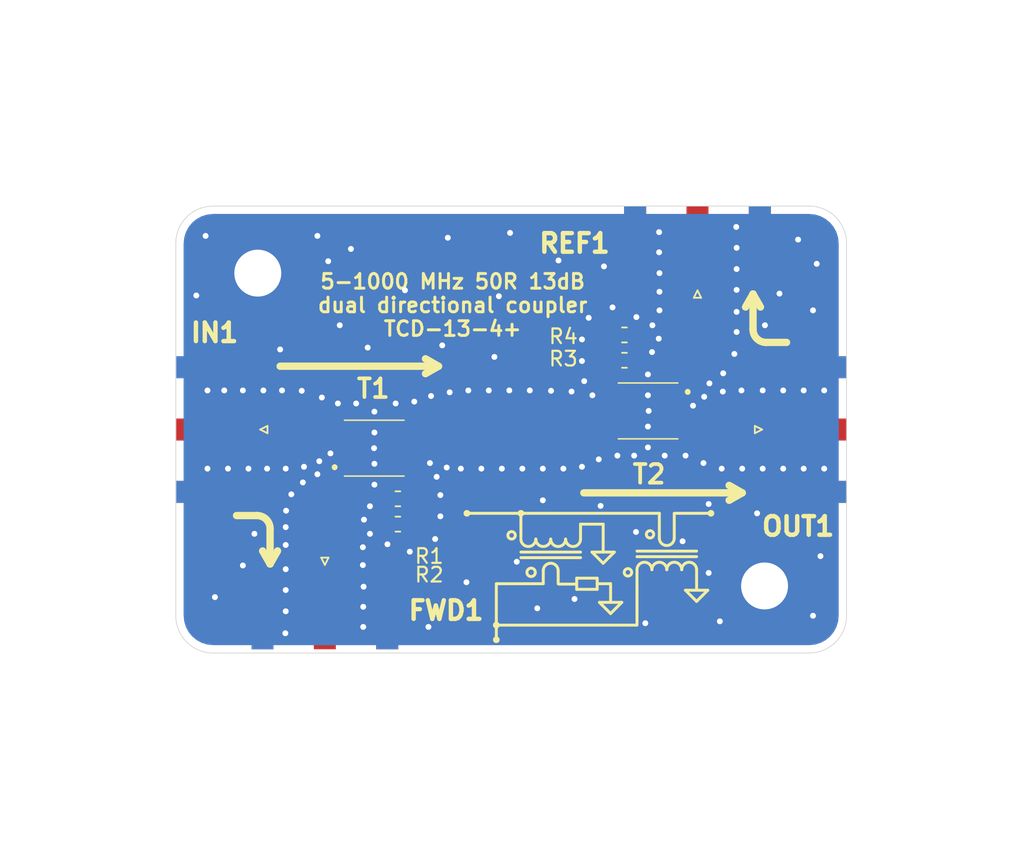
<source format=kicad_pcb>
(kicad_pcb (version 20171130) (host pcbnew "(6.0.0-rc1-dev-1686-g73a0cbff6)")

  (general
    (thickness 1.6)
    (drawings 123)
    (tracks 184)
    (zones 0)
    (modules 12)
    (nets 11)
  )

  (page A4)
  (layers
    (0 F.Cu signal)
    (31 B.Cu signal)
    (32 B.Adhes user)
    (33 F.Adhes user)
    (34 B.Paste user)
    (35 F.Paste user)
    (36 B.SilkS user)
    (37 F.SilkS user)
    (38 B.Mask user)
    (39 F.Mask user)
    (40 Dwgs.User user)
    (41 Cmts.User user)
    (42 Eco1.User user)
    (43 Eco2.User user)
    (44 Edge.Cuts user)
    (45 Margin user)
    (46 B.CrtYd user)
    (47 F.CrtYd user)
    (48 B.Fab user)
    (49 F.Fab user)
  )

  (setup
    (last_trace_width 0.25)
    (user_trace_width 0.5)
    (user_trace_width 2.7)
    (trace_clearance 0.2)
    (zone_clearance 0)
    (zone_45_only no)
    (trace_min 0.2)
    (via_size 0.8)
    (via_drill 0.4)
    (via_min_size 0.4)
    (via_min_drill 0.3)
    (uvia_size 0.3)
    (uvia_drill 0.1)
    (uvias_allowed no)
    (uvia_min_size 0.2)
    (uvia_min_drill 0.1)
    (edge_width 0.05)
    (segment_width 0.2)
    (pcb_text_width 0.3)
    (pcb_text_size 1.5 1.5)
    (mod_edge_width 0.12)
    (mod_text_size 1 1)
    (mod_text_width 0.15)
    (pad_size 2.5 5.08)
    (pad_drill 0)
    (pad_to_mask_clearance 0.2)
    (aux_axis_origin 0 0)
    (visible_elements 7FFFE7FF)
    (pcbplotparams
      (layerselection 0x010fc_ffffffff)
      (usegerberextensions false)
      (usegerberattributes false)
      (usegerberadvancedattributes false)
      (creategerberjobfile false)
      (excludeedgelayer true)
      (linewidth 0.200000)
      (plotframeref false)
      (viasonmask false)
      (mode 1)
      (useauxorigin false)
      (hpglpennumber 1)
      (hpglpenspeed 20)
      (hpglpendiameter 15.000000)
      (psnegative false)
      (psa4output false)
      (plotreference true)
      (plotvalue true)
      (plotinvisibletext false)
      (padsonsilk false)
      (subtractmaskfromsilk false)
      (outputformat 1)
      (mirror false)
      (drillshape 0)
      (scaleselection 1)
      (outputdirectory "C:/Projekte/20180830 5-1000 MHz 4-port coupler/1GHz-4port/Gerbers/"))
  )

  (net 0 "")
  (net 1 "Net-(FWD1-Pad1)")
  (net 2 GND)
  (net 3 "Net-(IN1-Pad1)")
  (net 4 "Net-(T1-Pad4)")
  (net 5 "Net-(T1-Pad5)")
  (net 6 "Net-(R1-Pad2)")
  (net 7 "Net-(R3-Pad1)")
  (net 8 "Net-(T2-Pad5)")
  (net 9 "Net-(OUT1-Pad1)")
  (net 10 "Net-(RETN1-Pad1)")

  (net_class Default "This is the default net class."
    (clearance 0.2)
    (trace_width 0.25)
    (via_dia 0.8)
    (via_drill 0.4)
    (uvia_dia 0.3)
    (uvia_drill 0.1)
    (add_net GND)
    (add_net "Net-(FWD1-Pad1)")
    (add_net "Net-(IN1-Pad1)")
    (add_net "Net-(OUT1-Pad1)")
    (add_net "Net-(R1-Pad2)")
    (add_net "Net-(R3-Pad1)")
    (add_net "Net-(RETN1-Pad1)")
    (add_net "Net-(T1-Pad4)")
    (add_net "Net-(T1-Pad5)")
    (add_net "Net-(T2-Pad5)")
  )

  (module Resistor_SMD:R_0603_1608Metric (layer F.Cu) (tedit 5B301BBD) (tstamp 5B959D4A)
    (at 149.9615 67.2084 180)
    (descr "Resistor SMD 0603 (1608 Metric), square (rectangular) end terminal, IPC_7351 nominal, (Body size source: http://www.tortai-tech.com/upload/download/2011102023233369053.pdf), generated with kicad-footprint-generator")
    (tags resistor)
    (path /5B887C21)
    (attr smd)
    (fp_text reference R4 (at 4.1655 -0.1016 180) (layer F.SilkS)
      (effects (font (size 1 1) (thickness 0.15)))
    )
    (fp_text value 100 (at -3.0735 0 180) (layer F.Fab)
      (effects (font (size 1 1) (thickness 0.15)))
    )
    (fp_line (start -0.8 0.4) (end -0.8 -0.4) (layer F.Fab) (width 0.1))
    (fp_line (start -0.8 -0.4) (end 0.8 -0.4) (layer F.Fab) (width 0.1))
    (fp_line (start 0.8 -0.4) (end 0.8 0.4) (layer F.Fab) (width 0.1))
    (fp_line (start 0.8 0.4) (end -0.8 0.4) (layer F.Fab) (width 0.1))
    (fp_line (start -0.162779 -0.51) (end 0.162779 -0.51) (layer F.SilkS) (width 0.12))
    (fp_line (start -0.162779 0.51) (end 0.162779 0.51) (layer F.SilkS) (width 0.12))
    (fp_line (start -1.48 0.73) (end -1.48 -0.73) (layer F.CrtYd) (width 0.05))
    (fp_line (start -1.48 -0.73) (end 1.48 -0.73) (layer F.CrtYd) (width 0.05))
    (fp_line (start 1.48 -0.73) (end 1.48 0.73) (layer F.CrtYd) (width 0.05))
    (fp_line (start 1.48 0.73) (end -1.48 0.73) (layer F.CrtYd) (width 0.05))
    (fp_text user %R (at 0 0 180) (layer F.Fab)
      (effects (font (size 0.4 0.4) (thickness 0.06)))
    )
    (pad 1 smd roundrect (at -0.7875 0 180) (size 0.875 0.95) (layers F.Cu F.Paste F.Mask) (roundrect_rratio 0.25)
      (net 2 GND))
    (pad 2 smd roundrect (at 0.7875 0 180) (size 0.875 0.95) (layers F.Cu F.Paste F.Mask) (roundrect_rratio 0.25)
      (net 6 "Net-(R1-Pad2)"))
    (model ${KISYS3DMOD}/Resistor_SMD.3dshapes/R_0603_1608Metric.wrl
      (at (xyz 0 0 0))
      (scale (xyz 1 1 1))
      (rotate (xyz 0 0 0))
    )
  )

  (module Resistor_SMD:R_0603_1608Metric (layer F.Cu) (tedit 5B301BBD) (tstamp 5B959D3A)
    (at 149.9615 68.9356 180)
    (descr "Resistor SMD 0603 (1608 Metric), square (rectangular) end terminal, IPC_7351 nominal, (Body size source: http://www.tortai-tech.com/upload/download/2011102023233369053.pdf), generated with kicad-footprint-generator")
    (tags resistor)
    (path /5B887B7D)
    (attr smd)
    (fp_text reference R3 (at 4.1655 0.1016 180) (layer F.SilkS)
      (effects (font (size 1 1) (thickness 0.15)))
    )
    (fp_text value 100 (at -3.0735 0 180) (layer F.Fab)
      (effects (font (size 1 1) (thickness 0.15)))
    )
    (fp_text user %R (at 0 0 270) (layer F.Fab)
      (effects (font (size 0.4 0.4) (thickness 0.06)))
    )
    (fp_line (start 1.48 0.73) (end -1.48 0.73) (layer F.CrtYd) (width 0.05))
    (fp_line (start 1.48 -0.73) (end 1.48 0.73) (layer F.CrtYd) (width 0.05))
    (fp_line (start -1.48 -0.73) (end 1.48 -0.73) (layer F.CrtYd) (width 0.05))
    (fp_line (start -1.48 0.73) (end -1.48 -0.73) (layer F.CrtYd) (width 0.05))
    (fp_line (start -0.162779 0.51) (end 0.162779 0.51) (layer F.SilkS) (width 0.12))
    (fp_line (start -0.162779 -0.51) (end 0.162779 -0.51) (layer F.SilkS) (width 0.12))
    (fp_line (start 0.8 0.4) (end -0.8 0.4) (layer F.Fab) (width 0.1))
    (fp_line (start 0.8 -0.4) (end 0.8 0.4) (layer F.Fab) (width 0.1))
    (fp_line (start -0.8 -0.4) (end 0.8 -0.4) (layer F.Fab) (width 0.1))
    (fp_line (start -0.8 0.4) (end -0.8 -0.4) (layer F.Fab) (width 0.1))
    (pad 2 smd roundrect (at 0.7875 0 180) (size 0.875 0.95) (layers F.Cu F.Paste F.Mask) (roundrect_rratio 0.25)
      (net 6 "Net-(R1-Pad2)"))
    (pad 1 smd roundrect (at -0.7875 0 180) (size 0.875 0.95) (layers F.Cu F.Paste F.Mask) (roundrect_rratio 0.25)
      (net 2 GND))
    (model ${KISYS3DMOD}/Resistor_SMD.3dshapes/R_0603_1608Metric.wrl
      (at (xyz 0 0 0))
      (scale (xyz 1 1 1))
      (rotate (xyz 0 0 0))
    )
  )

  (module Resistor_SMD:R_0603_1608Metric (layer F.Cu) (tedit 5B301BBD) (tstamp 5B958B23)
    (at 134.5185 80.1116)
    (descr "Resistor SMD 0603 (1608 Metric), square (rectangular) end terminal, IPC_7351 nominal, (Body size source: http://www.tortai-tech.com/upload/download/2011102023233369053.pdf), generated with kicad-footprint-generator")
    (tags resistor)
    (path /5B887C21)
    (attr smd)
    (fp_text reference R2 (at 2.1335 3.4544) (layer F.SilkS)
      (effects (font (size 1 1) (thickness 0.15)))
    )
    (fp_text value 100 (at -3.0735 0) (layer F.Fab)
      (effects (font (size 1 1) (thickness 0.15)))
    )
    (fp_text user %R (at 0 0) (layer F.Fab)
      (effects (font (size 0.4 0.4) (thickness 0.06)))
    )
    (fp_line (start 1.48 0.73) (end -1.48 0.73) (layer F.CrtYd) (width 0.05))
    (fp_line (start 1.48 -0.73) (end 1.48 0.73) (layer F.CrtYd) (width 0.05))
    (fp_line (start -1.48 -0.73) (end 1.48 -0.73) (layer F.CrtYd) (width 0.05))
    (fp_line (start -1.48 0.73) (end -1.48 -0.73) (layer F.CrtYd) (width 0.05))
    (fp_line (start -0.162779 0.51) (end 0.162779 0.51) (layer F.SilkS) (width 0.12))
    (fp_line (start -0.162779 -0.51) (end 0.162779 -0.51) (layer F.SilkS) (width 0.12))
    (fp_line (start 0.8 0.4) (end -0.8 0.4) (layer F.Fab) (width 0.1))
    (fp_line (start 0.8 -0.4) (end 0.8 0.4) (layer F.Fab) (width 0.1))
    (fp_line (start -0.8 -0.4) (end 0.8 -0.4) (layer F.Fab) (width 0.1))
    (fp_line (start -0.8 0.4) (end -0.8 -0.4) (layer F.Fab) (width 0.1))
    (pad 2 smd roundrect (at 0.7875 0) (size 0.875 0.95) (layers F.Cu F.Paste F.Mask) (roundrect_rratio 0.25)
      (net 6 "Net-(R1-Pad2)"))
    (pad 1 smd roundrect (at -0.7875 0) (size 0.875 0.95) (layers F.Cu F.Paste F.Mask) (roundrect_rratio 0.25)
      (net 2 GND))
    (model ${KISYS3DMOD}/Resistor_SMD.3dshapes/R_0603_1608Metric.wrl
      (at (xyz 0 0 0))
      (scale (xyz 1 1 1))
      (rotate (xyz 0 0 0))
    )
  )

  (module Resistor_SMD:R_0603_1608Metric (layer F.Cu) (tedit 5B301BBD) (tstamp 5B9596A6)
    (at 134.5185 78.3844)
    (descr "Resistor SMD 0603 (1608 Metric), square (rectangular) end terminal, IPC_7351 nominal, (Body size source: http://www.tortai-tech.com/upload/download/2011102023233369053.pdf), generated with kicad-footprint-generator")
    (tags resistor)
    (path /5B887B7D)
    (attr smd)
    (fp_text reference R1 (at 2.1335 3.9116) (layer F.SilkS)
      (effects (font (size 1 1) (thickness 0.15)))
    )
    (fp_text value 100 (at -3.0735 0) (layer F.Fab)
      (effects (font (size 1 1) (thickness 0.15)))
    )
    (fp_line (start -0.8 0.4) (end -0.8 -0.4) (layer F.Fab) (width 0.1))
    (fp_line (start -0.8 -0.4) (end 0.8 -0.4) (layer F.Fab) (width 0.1))
    (fp_line (start 0.8 -0.4) (end 0.8 0.4) (layer F.Fab) (width 0.1))
    (fp_line (start 0.8 0.4) (end -0.8 0.4) (layer F.Fab) (width 0.1))
    (fp_line (start -0.162779 -0.51) (end 0.162779 -0.51) (layer F.SilkS) (width 0.12))
    (fp_line (start -0.162779 0.51) (end 0.162779 0.51) (layer F.SilkS) (width 0.12))
    (fp_line (start -1.48 0.73) (end -1.48 -0.73) (layer F.CrtYd) (width 0.05))
    (fp_line (start -1.48 -0.73) (end 1.48 -0.73) (layer F.CrtYd) (width 0.05))
    (fp_line (start 1.48 -0.73) (end 1.48 0.73) (layer F.CrtYd) (width 0.05))
    (fp_line (start 1.48 0.73) (end -1.48 0.73) (layer F.CrtYd) (width 0.05))
    (fp_text user %R (at 0 0 90) (layer F.Fab)
      (effects (font (size 0.4 0.4) (thickness 0.06)))
    )
    (pad 1 smd roundrect (at -0.7875 0) (size 0.875 0.95) (layers F.Cu F.Paste F.Mask) (roundrect_rratio 0.25)
      (net 2 GND))
    (pad 2 smd roundrect (at 0.7875 0) (size 0.875 0.95) (layers F.Cu F.Paste F.Mask) (roundrect_rratio 0.25)
      (net 6 "Net-(R1-Pad2)"))
    (model ${KISYS3DMOD}/Resistor_SMD.3dshapes/R_0603_1608Metric.wrl
      (at (xyz 0 0 0))
      (scale (xyz 1 1 1))
      (rotate (xyz 0 0 0))
    )
  )

  (module Connector_Coaxial:SMA_Amphenol_132289_EdgeMount (layer F.Cu) (tedit 5A1C1810) (tstamp 5B888282)
    (at 154.94 60.96 90)
    (descr http://www.amphenolrf.com/132289.html)
    (tags SMA)
    (path /5B88999B)
    (attr smd)
    (fp_text reference REF1 (at 0 -8.382 180) (layer F.SilkS)
      (effects (font (size 1.27 1.27) (thickness 0.3)))
    )
    (fp_text value Conn_Coaxial (at 15.748 -0.127 180) (layer F.Fab)
      (effects (font (size 1 1) (thickness 0.15)))
    )
    (fp_line (start -3.71 0.25) (end -3.21 0) (layer F.SilkS) (width 0.12))
    (fp_line (start -3.71 -0.25) (end -3.71 0.25) (layer F.SilkS) (width 0.12))
    (fp_line (start -3.21 0) (end -3.71 -0.25) (layer F.SilkS) (width 0.12))
    (fp_line (start 3.54 0) (end 2.54 0.75) (layer F.Fab) (width 0.1))
    (fp_line (start 2.54 -0.75) (end 3.54 0) (layer F.Fab) (width 0.1))
    (fp_text user %R (at 4.79 0) (layer F.Fab)
      (effects (font (size 1 1) (thickness 0.15)))
    )
    (fp_line (start 14.47 -5.58) (end -3.04 -5.58) (layer F.CrtYd) (width 0.05))
    (fp_line (start 14.47 -5.58) (end 14.47 5.58) (layer F.CrtYd) (width 0.05))
    (fp_line (start 14.47 5.58) (end -3.04 5.58) (layer F.CrtYd) (width 0.05))
    (fp_line (start -3.04 5.58) (end -3.04 -5.58) (layer F.CrtYd) (width 0.05))
    (fp_line (start 14.47 -5.58) (end -3.04 -5.58) (layer B.CrtYd) (width 0.05))
    (fp_line (start 14.47 -5.58) (end 14.47 5.58) (layer B.CrtYd) (width 0.05))
    (fp_line (start 14.47 5.58) (end -3.04 5.58) (layer B.CrtYd) (width 0.05))
    (fp_line (start -3.04 5.58) (end -3.04 -5.58) (layer B.CrtYd) (width 0.05))
    (fp_line (start 4.445 -3.81) (end 13.97 -3.81) (layer F.Fab) (width 0.1))
    (fp_line (start 13.97 -3.81) (end 13.97 3.81) (layer F.Fab) (width 0.1))
    (fp_line (start 13.97 3.81) (end 4.445 3.81) (layer F.Fab) (width 0.1))
    (fp_line (start 4.445 5.08) (end 4.445 3.81) (layer F.Fab) (width 0.1))
    (fp_line (start 4.445 -3.81) (end 4.445 -5.08) (layer F.Fab) (width 0.1))
    (fp_line (start -1.91 -5.08) (end 4.445 -5.08) (layer F.Fab) (width 0.1))
    (fp_line (start -1.91 -5.08) (end -1.91 -3.81) (layer F.Fab) (width 0.1))
    (fp_line (start -1.91 -3.81) (end 2.54 -3.81) (layer F.Fab) (width 0.1))
    (fp_line (start 2.54 -3.81) (end 2.54 3.81) (layer F.Fab) (width 0.1))
    (fp_line (start 2.54 3.81) (end -1.91 3.81) (layer F.Fab) (width 0.1))
    (fp_line (start -1.91 3.81) (end -1.91 5.08) (layer F.Fab) (width 0.1))
    (fp_line (start -1.91 5.08) (end 4.445 5.08) (layer F.Fab) (width 0.1))
    (pad 2 smd rect (at 0 4.25 180) (size 1.5 5.08) (layers B.Cu B.Paste B.Mask)
      (net 2 GND))
    (pad 2 smd rect (at 0 -4.25 180) (size 1.5 5.08) (layers B.Cu B.Paste B.Mask)
      (net 2 GND))
    (pad 2 smd rect (at 0 4.25 180) (size 1.5 5.08) (layers F.Cu F.Paste F.Mask)
      (net 2 GND))
    (pad 2 smd rect (at 0 -4.25 180) (size 1.5 5.08) (layers F.Cu F.Paste F.Mask)
      (net 2 GND))
    (pad 1 smd rect (at 0 0 180) (size 1.5 5.08) (layers F.Cu F.Paste F.Mask)
      (net 10 "Net-(RETN1-Pad1)"))
    (model ${KISYS3DMOD}/Connector_Coaxial.3dshapes/SMA_Amphenol_132289_EdgeMount.wrl
      (at (xyz 0 0 0))
      (scale (xyz 1 1 1))
      (rotate (xyz 0 0 0))
    )
  )

  (module Connector_Coaxial:SMA_Amphenol_132289_EdgeMount (layer F.Cu) (tedit 5A1C1810) (tstamp 5BA0F833)
    (at 162.56 73.66)
    (descr http://www.amphenolrf.com/132289.html)
    (tags SMA)
    (path /5B889D06)
    (attr smd)
    (fp_text reference OUT1 (at -0.762 6.604 180) (layer F.SilkS)
      (effects (font (size 1.27 1.27) (thickness 0.3)))
    )
    (fp_text value Conn_Coaxial (at 9.525 -6.604) (layer F.Fab)
      (effects (font (size 1 1) (thickness 0.15)))
    )
    (fp_line (start -1.91 5.08) (end 4.445 5.08) (layer F.Fab) (width 0.1))
    (fp_line (start -1.91 3.81) (end -1.91 5.08) (layer F.Fab) (width 0.1))
    (fp_line (start 2.54 3.81) (end -1.91 3.81) (layer F.Fab) (width 0.1))
    (fp_line (start 2.54 -3.81) (end 2.54 3.81) (layer F.Fab) (width 0.1))
    (fp_line (start -1.91 -3.81) (end 2.54 -3.81) (layer F.Fab) (width 0.1))
    (fp_line (start -1.91 -5.08) (end -1.91 -3.81) (layer F.Fab) (width 0.1))
    (fp_line (start -1.91 -5.08) (end 4.445 -5.08) (layer F.Fab) (width 0.1))
    (fp_line (start 4.445 -3.81) (end 4.445 -5.08) (layer F.Fab) (width 0.1))
    (fp_line (start 4.445 5.08) (end 4.445 3.81) (layer F.Fab) (width 0.1))
    (fp_line (start 13.97 3.81) (end 4.445 3.81) (layer F.Fab) (width 0.1))
    (fp_line (start 13.97 -3.81) (end 13.97 3.81) (layer F.Fab) (width 0.1))
    (fp_line (start 4.445 -3.81) (end 13.97 -3.81) (layer F.Fab) (width 0.1))
    (fp_line (start -3.04 5.58) (end -3.04 -5.58) (layer B.CrtYd) (width 0.05))
    (fp_line (start 14.47 5.58) (end -3.04 5.58) (layer B.CrtYd) (width 0.05))
    (fp_line (start 14.47 -5.58) (end 14.47 5.58) (layer B.CrtYd) (width 0.05))
    (fp_line (start 14.47 -5.58) (end -3.04 -5.58) (layer B.CrtYd) (width 0.05))
    (fp_line (start -3.04 5.58) (end -3.04 -5.58) (layer F.CrtYd) (width 0.05))
    (fp_line (start 14.47 5.58) (end -3.04 5.58) (layer F.CrtYd) (width 0.05))
    (fp_line (start 14.47 -5.58) (end 14.47 5.58) (layer F.CrtYd) (width 0.05))
    (fp_line (start 14.47 -5.58) (end -3.04 -5.58) (layer F.CrtYd) (width 0.05))
    (fp_text user %R (at 4.79 0 270) (layer F.Fab)
      (effects (font (size 1 1) (thickness 0.15)))
    )
    (fp_line (start 2.54 -0.75) (end 3.54 0) (layer F.Fab) (width 0.1))
    (fp_line (start 3.54 0) (end 2.54 0.75) (layer F.Fab) (width 0.1))
    (fp_line (start -3.21 0) (end -3.71 -0.25) (layer F.SilkS) (width 0.12))
    (fp_line (start -3.71 -0.25) (end -3.71 0.25) (layer F.SilkS) (width 0.12))
    (fp_line (start -3.71 0.25) (end -3.21 0) (layer F.SilkS) (width 0.12))
    (pad 1 smd rect (at 0 0 90) (size 1.5 5.08) (layers F.Cu F.Paste F.Mask)
      (net 9 "Net-(OUT1-Pad1)"))
    (pad 2 smd rect (at 0 -4.25 90) (size 1.5 5.08) (layers F.Cu F.Paste F.Mask)
      (net 2 GND))
    (pad 2 smd rect (at 0 4.25 90) (size 1.5 5.08) (layers F.Cu F.Paste F.Mask)
      (net 2 GND))
    (pad 2 smd rect (at 0 -4.25 90) (size 1.5 5.08) (layers B.Cu B.Paste B.Mask)
      (net 2 GND))
    (pad 2 smd rect (at 0 4.25 90) (size 1.5 5.08) (layers B.Cu B.Paste B.Mask)
      (net 2 GND))
    (model ${KISYS3DMOD}/Connector_Coaxial.3dshapes/SMA_Amphenol_132289_EdgeMount.wrl
      (at (xyz 0 0 0))
      (scale (xyz 1 1 1))
      (rotate (xyz 0 0 0))
    )
  )

  (module Connector_Coaxial:SMA_Amphenol_132289_EdgeMount (layer F.Cu) (tedit 5A1C1810) (tstamp 5B95A24D)
    (at 121.92 73.66 180)
    (descr http://www.amphenolrf.com/132289.html)
    (tags SMA)
    (path /5B889D5C)
    (attr smd)
    (fp_text reference IN1 (at -0.1016 6.604) (layer F.SilkS)
      (effects (font (size 1.27 1.27) (thickness 0.3)))
    )
    (fp_text value Conn_Coaxial (at 9.398 6.858 180) (layer F.Fab)
      (effects (font (size 1 1) (thickness 0.15)))
    )
    (fp_line (start -1.91 5.08) (end 4.445 5.08) (layer F.Fab) (width 0.1))
    (fp_line (start -1.91 3.81) (end -1.91 5.08) (layer F.Fab) (width 0.1))
    (fp_line (start 2.54 3.81) (end -1.91 3.81) (layer F.Fab) (width 0.1))
    (fp_line (start 2.54 -3.81) (end 2.54 3.81) (layer F.Fab) (width 0.1))
    (fp_line (start -1.91 -3.81) (end 2.54 -3.81) (layer F.Fab) (width 0.1))
    (fp_line (start -1.91 -5.08) (end -1.91 -3.81) (layer F.Fab) (width 0.1))
    (fp_line (start -1.91 -5.08) (end 4.445 -5.08) (layer F.Fab) (width 0.1))
    (fp_line (start 4.445 -3.81) (end 4.445 -5.08) (layer F.Fab) (width 0.1))
    (fp_line (start 4.445 5.08) (end 4.445 3.81) (layer F.Fab) (width 0.1))
    (fp_line (start 13.97 3.81) (end 4.445 3.81) (layer F.Fab) (width 0.1))
    (fp_line (start 13.97 -3.81) (end 13.97 3.81) (layer F.Fab) (width 0.1))
    (fp_line (start 4.445 -3.81) (end 13.97 -3.81) (layer F.Fab) (width 0.1))
    (fp_line (start -3.04 5.58) (end -3.04 -5.58) (layer B.CrtYd) (width 0.05))
    (fp_line (start 14.47 5.58) (end -3.04 5.58) (layer B.CrtYd) (width 0.05))
    (fp_line (start 14.47 -5.58) (end 14.47 5.58) (layer B.CrtYd) (width 0.05))
    (fp_line (start 14.47 -5.58) (end -3.04 -5.58) (layer B.CrtYd) (width 0.05))
    (fp_line (start -3.04 5.58) (end -3.04 -5.58) (layer F.CrtYd) (width 0.05))
    (fp_line (start 14.47 5.58) (end -3.04 5.58) (layer F.CrtYd) (width 0.05))
    (fp_line (start 14.47 -5.58) (end 14.47 5.58) (layer F.CrtYd) (width 0.05))
    (fp_line (start 14.47 -5.58) (end -3.04 -5.58) (layer F.CrtYd) (width 0.05))
    (fp_text user %R (at 4.79 0 90) (layer F.Fab)
      (effects (font (size 1 1) (thickness 0.15)))
    )
    (fp_line (start 2.54 -0.75) (end 3.54 0) (layer F.Fab) (width 0.1))
    (fp_line (start 3.54 0) (end 2.54 0.75) (layer F.Fab) (width 0.1))
    (fp_line (start -3.21 0) (end -3.71 -0.25) (layer F.SilkS) (width 0.12))
    (fp_line (start -3.71 -0.25) (end -3.71 0.25) (layer F.SilkS) (width 0.12))
    (fp_line (start -3.71 0.25) (end -3.21 0) (layer F.SilkS) (width 0.12))
    (pad 1 smd rect (at 0 0 270) (size 1.5 5.08) (layers F.Cu F.Paste F.Mask)
      (net 3 "Net-(IN1-Pad1)"))
    (pad 2 smd rect (at 0 -4.25 270) (size 1.5 5.08) (layers F.Cu F.Paste F.Mask)
      (net 2 GND))
    (pad 2 smd rect (at 0 4.25 270) (size 1.5 5.08) (layers F.Cu F.Paste F.Mask)
      (net 2 GND))
    (pad 2 smd rect (at 0 -4.25 270) (size 1.5 5.08) (layers B.Cu B.Paste B.Mask)
      (net 2 GND))
    (pad 2 smd rect (at 0 4.25 270) (size 1.5 5.08) (layers B.Cu B.Paste B.Mask)
      (net 2 GND))
    (model ${KISYS3DMOD}/Connector_Coaxial.3dshapes/SMA_Amphenol_132289_EdgeMount.wrl
      (at (xyz 0 0 0))
      (scale (xyz 1 1 1))
      (rotate (xyz 0 0 0))
    )
  )

  (module Connector_Coaxial:SMA_Amphenol_132289_EdgeMount (layer F.Cu) (tedit 5A1C1810) (tstamp 5BA105C2)
    (at 129.54 86.106 270)
    (descr http://www.amphenolrf.com/132289.html)
    (tags SMA)
    (path /5B88960B)
    (attr smd)
    (fp_text reference FWD1 (at -0.106 -8.26) (layer F.SilkS)
      (effects (font (size 1.27 1.27) (thickness 0.3)))
    )
    (fp_text value Conn_Coaxial (at 15.621 0) (layer F.Fab)
      (effects (font (size 1 1) (thickness 0.15)))
    )
    (fp_line (start -3.71 0.25) (end -3.21 0) (layer F.SilkS) (width 0.12))
    (fp_line (start -3.71 -0.25) (end -3.71 0.25) (layer F.SilkS) (width 0.12))
    (fp_line (start -3.21 0) (end -3.71 -0.25) (layer F.SilkS) (width 0.12))
    (fp_line (start 3.54 0) (end 2.54 0.75) (layer F.Fab) (width 0.1))
    (fp_line (start 2.54 -0.75) (end 3.54 0) (layer F.Fab) (width 0.1))
    (fp_text user %R (at 4.79 0 180) (layer F.Fab)
      (effects (font (size 1 1) (thickness 0.15)))
    )
    (fp_line (start 14.47 -5.58) (end -3.04 -5.58) (layer F.CrtYd) (width 0.05))
    (fp_line (start 14.47 -5.58) (end 14.47 5.58) (layer F.CrtYd) (width 0.05))
    (fp_line (start 14.47 5.58) (end -3.04 5.58) (layer F.CrtYd) (width 0.05))
    (fp_line (start -3.04 5.58) (end -3.04 -5.58) (layer F.CrtYd) (width 0.05))
    (fp_line (start 14.47 -5.58) (end -3.04 -5.58) (layer B.CrtYd) (width 0.05))
    (fp_line (start 14.47 -5.58) (end 14.47 5.58) (layer B.CrtYd) (width 0.05))
    (fp_line (start 14.47 5.58) (end -3.04 5.58) (layer B.CrtYd) (width 0.05))
    (fp_line (start -3.04 5.58) (end -3.04 -5.58) (layer B.CrtYd) (width 0.05))
    (fp_line (start 4.445 -3.81) (end 13.97 -3.81) (layer F.Fab) (width 0.1))
    (fp_line (start 13.97 -3.81) (end 13.97 3.81) (layer F.Fab) (width 0.1))
    (fp_line (start 13.97 3.81) (end 4.445 3.81) (layer F.Fab) (width 0.1))
    (fp_line (start 4.445 5.08) (end 4.445 3.81) (layer F.Fab) (width 0.1))
    (fp_line (start 4.445 -3.81) (end 4.445 -5.08) (layer F.Fab) (width 0.1))
    (fp_line (start -1.91 -5.08) (end 4.445 -5.08) (layer F.Fab) (width 0.1))
    (fp_line (start -1.91 -5.08) (end -1.91 -3.81) (layer F.Fab) (width 0.1))
    (fp_line (start -1.91 -3.81) (end 2.54 -3.81) (layer F.Fab) (width 0.1))
    (fp_line (start 2.54 -3.81) (end 2.54 3.81) (layer F.Fab) (width 0.1))
    (fp_line (start 2.54 3.81) (end -1.91 3.81) (layer F.Fab) (width 0.1))
    (fp_line (start -1.91 3.81) (end -1.91 5.08) (layer F.Fab) (width 0.1))
    (fp_line (start -1.91 5.08) (end 4.445 5.08) (layer F.Fab) (width 0.1))
    (pad 2 smd rect (at 0 4.25) (size 1.5 5.08) (layers B.Cu B.Paste B.Mask)
      (net 2 GND))
    (pad 2 smd rect (at 0 -4.25) (size 1.5 5.08) (layers B.Cu B.Paste B.Mask)
      (net 2 GND))
    (pad 2 smd rect (at 0 4.25) (size 1.5 5.08) (layers F.Cu F.Paste F.Mask)
      (net 2 GND))
    (pad 2 smd rect (at 0 -4.25) (size 1.5 5.08) (layers F.Cu F.Paste F.Mask)
      (net 2 GND))
    (pad 1 smd rect (at 0 0) (size 1.5 5.08) (layers F.Cu F.Paste F.Mask)
      (net 1 "Net-(FWD1-Pad1)"))
    (model ${KISYS3DMOD}/Connector_Coaxial.3dshapes/SMA_Amphenol_132289_EdgeMount.wrl
      (at (xyz 0 0 0))
      (scale (xyz 1 1 1))
      (rotate (xyz 0 0 0))
    )
  )

  (module MountingHole:MountingHole_3.2mm_M3_DIN965_Pad (layer F.Cu) (tedit 56D1B4CB) (tstamp 5BA10ACA)
    (at 159.512 84.328)
    (descr "Mounting Hole 3.2mm, M3, DIN965")
    (tags "mounting hole 3.2mm m3 din965")
    (path /5B88BFCC)
    (attr virtual)
    (fp_text reference MH2 (at 0 0 180) (layer F.SilkS)
      (effects (font (size 1 1) (thickness 0.15)))
    )
    (fp_text value MountingHole_Pad (at 0 5.461) (layer F.Fab)
      (effects (font (size 1 1) (thickness 0.15)))
    )
    (fp_circle (center 0 0) (end 3.05 0) (layer F.CrtYd) (width 0.05))
    (fp_circle (center 0 0) (end 2.8 0) (layer Cmts.User) (width 0.15))
    (fp_text user %R (at 0.3 0) (layer F.Fab)
      (effects (font (size 1 1) (thickness 0.15)))
    )
    (pad 1 thru_hole circle (at 0 0) (size 5.6 5.6) (drill 3.2) (layers *.Cu *.Mask)
      (net 2 GND))
  )

  (module MountingHole:MountingHole_3.2mm_M3_DIN965_Pad (layer F.Cu) (tedit 5B887A78) (tstamp 5BA109E5)
    (at 124.968 62.992)
    (descr "Mounting Hole 3.2mm, M3, DIN965")
    (tags "mounting hole 3.2mm m3 din965")
    (path /5B88C002)
    (attr virtual)
    (fp_text reference MH1 (at -0.0254 0 180) (layer F.SilkS)
      (effects (font (size 1 1) (thickness 0.15)))
    )
    (fp_text value MountingHole_Pad (at -0.127 -5.715) (layer F.Fab)
      (effects (font (size 1 1) (thickness 0.15)))
    )
    (fp_text user %R (at 0.3 0) (layer F.Fab)
      (effects (font (size 1 1) (thickness 0.15)))
    )
    (fp_circle (center 0 0) (end 2.8 0) (layer Cmts.User) (width 0.15))
    (fp_circle (center 0 0) (end 3.05 0) (layer F.CrtYd) (width 0.05))
    (pad 1 thru_hole circle (at 0 0 180) (size 5.6 5.6) (drill 3.2) (layers *.Cu *.Mask)
      (net 2 GND))
  )

  (module SamacSys_Parts:TCD134 (layer F.Cu) (tedit 5B6D86AA) (tstamp 5B95A2EE)
    (at 151.765 72.39 270)
    (descr TCD-13-4+)
    (tags "Integrated Circuit")
    (path /5B887468)
    (attr smd)
    (fp_text reference T2 (at 4.318 0.127) (layer F.SilkS)
      (effects (font (size 1.27 1.27) (thickness 0.254)))
    )
    (fp_text value TCD-13-4+ (at 7.6708 -1.016) (layer F.SilkS) hide
      (effects (font (size 1.27 1.27) (thickness 0.254)))
    )
    (fp_arc (start -1.2995 -2.5075) (end -1.2 -2.507) (angle 180) (layer F.SilkS) (width 0.2))
    (fp_arc (start -1.3 -2.507) (end -1.4 -2.507) (angle 180) (layer F.SilkS) (width 0.2))
    (fp_line (start -1.2 -2.507) (end -1.2 -2.507) (layer F.SilkS) (width 0.2))
    (fp_line (start -1.4 -2.507) (end -1.4 -2.507) (layer F.SilkS) (width 0.2))
    (fp_line (start 1.905 -1.837) (end 1.905 2.223) (layer F.SilkS) (width 0.1))
    (fp_line (start -1.905 -1.837) (end -1.905 2.223) (layer F.SilkS) (width 0.1))
    (fp_line (start -2.905 3.608) (end -2.905 -3.608) (layer Dwgs.User) (width 0.1))
    (fp_line (start 2.905 3.608) (end -2.905 3.608) (layer Dwgs.User) (width 0.1))
    (fp_line (start 2.905 -3.608) (end 2.905 3.608) (layer Dwgs.User) (width 0.1))
    (fp_line (start -2.905 -3.608) (end 2.905 -3.608) (layer Dwgs.User) (width 0.1))
    (fp_line (start -1.905 2.223) (end -1.905 -1.837) (layer Dwgs.User) (width 0.2))
    (fp_line (start 1.905 2.223) (end -1.905 2.223) (layer Dwgs.User) (width 0.2))
    (fp_line (start 1.905 -1.837) (end 1.905 2.223) (layer Dwgs.User) (width 0.2))
    (fp_line (start -1.905 -1.837) (end 1.905 -1.837) (layer Dwgs.User) (width 0.2))
    (pad 6 smd rect (at -1.27 1.783 270) (size 0.76 1.65) (layers F.Cu F.Paste F.Mask)
      (net 7 "Net-(R3-Pad1)"))
    (pad 5 smd rect (at 0 1.783 270) (size 0.76 1.65) (layers F.Cu F.Paste F.Mask)
      (net 8 "Net-(T2-Pad5)"))
    (pad 4 smd rect (at 1.27 1.783 270) (size 0.76 1.65) (layers F.Cu F.Paste F.Mask)
      (net 4 "Net-(T1-Pad4)"))
    (pad 3 smd rect (at 1.27 -1.397 270) (size 0.76 1.65) (layers F.Cu F.Paste F.Mask)
      (net 9 "Net-(OUT1-Pad1)"))
    (pad 2 smd rect (at 0 -1.397 270) (size 0.76 1.65) (layers F.Cu F.Paste F.Mask)
      (net 2 GND))
    (pad 1 smd rect (at -1.27 -1.397 270) (size 0.76 1.65) (layers F.Cu F.Paste F.Mask)
      (net 10 "Net-(RETN1-Pad1)"))
  )

  (module SamacSys_Parts:TCD134 (layer F.Cu) (tedit 5B6D86AA) (tstamp 5B95A362)
    (at 132.715 74.93 90)
    (descr TCD-13-4+)
    (tags "Integrated Circuit")
    (path /5B88688E)
    (attr smd)
    (fp_text reference T1 (at 4.064 0.127 180) (layer F.SilkS)
      (effects (font (size 1.27 1.27) (thickness 0.254)))
    )
    (fp_text value TCD-13-4+ (at 7.62 -0.762 180) (layer F.SilkS) hide
      (effects (font (size 1.27 1.27) (thickness 0.254)))
    )
    (fp_line (start -1.905 -1.837) (end 1.905 -1.837) (layer Dwgs.User) (width 0.2))
    (fp_line (start 1.905 -1.837) (end 1.905 2.223) (layer Dwgs.User) (width 0.2))
    (fp_line (start 1.905 2.223) (end -1.905 2.223) (layer Dwgs.User) (width 0.2))
    (fp_line (start -1.905 2.223) (end -1.905 -1.837) (layer Dwgs.User) (width 0.2))
    (fp_line (start -2.905 -3.608) (end 2.905 -3.608) (layer Dwgs.User) (width 0.1))
    (fp_line (start 2.905 -3.608) (end 2.905 3.608) (layer Dwgs.User) (width 0.1))
    (fp_line (start 2.905 3.608) (end -2.905 3.608) (layer Dwgs.User) (width 0.1))
    (fp_line (start -2.905 3.608) (end -2.905 -3.608) (layer Dwgs.User) (width 0.1))
    (fp_line (start -1.905 -1.837) (end -1.905 2.223) (layer F.SilkS) (width 0.1))
    (fp_line (start 1.905 -1.837) (end 1.905 2.223) (layer F.SilkS) (width 0.1))
    (fp_line (start -1.4 -2.507) (end -1.4 -2.507) (layer F.SilkS) (width 0.2))
    (fp_line (start -1.2 -2.507) (end -1.2 -2.507) (layer F.SilkS) (width 0.2))
    (fp_arc (start -1.3 -2.507) (end -1.4 -2.507) (angle 180) (layer F.SilkS) (width 0.2))
    (fp_arc (start -1.2995 -2.5075) (end -1.2 -2.507) (angle 180) (layer F.SilkS) (width 0.2))
    (pad 1 smd rect (at -1.27 -1.397 90) (size 0.76 1.65) (layers F.Cu F.Paste F.Mask)
      (net 1 "Net-(FWD1-Pad1)"))
    (pad 2 smd rect (at 0 -1.397 90) (size 0.76 1.65) (layers F.Cu F.Paste F.Mask)
      (net 2 GND))
    (pad 3 smd rect (at 1.27 -1.397 90) (size 0.76 1.65) (layers F.Cu F.Paste F.Mask)
      (net 3 "Net-(IN1-Pad1)"))
    (pad 4 smd rect (at 1.27 1.783 90) (size 0.76 1.65) (layers F.Cu F.Paste F.Mask)
      (net 4 "Net-(T1-Pad4)"))
    (pad 5 smd rect (at 0 1.783 90) (size 0.76 1.65) (layers F.Cu F.Paste F.Mask)
      (net 5 "Net-(T1-Pad5)"))
    (pad 6 smd rect (at -1.27 1.783 90) (size 0.76 1.65) (layers F.Cu F.Paste F.Mask)
      (net 6 "Net-(R1-Pad2)"))
  )

  (gr_circle (center 141.228 87) (end 141.101 87) (layer F.SilkS) (width 0.2) (tstamp 5C825EBD))
  (gr_circle (center 141.228 88) (end 141.101 88) (layer F.SilkS) (width 0.2) (tstamp 5C825EBD))
  (gr_line (start 141.228 84.176671) (end 144.427793 84.176671) (layer F.SilkS) (width 0.2) (tstamp 5C825E8C))
  (gr_arc (start 162.56 60.96) (end 165.1 60.96) (angle -90) (layer Edge.Cuts) (width 0.05) (tstamp 5B894B92))
  (gr_arc (start 162.56 86.36) (end 162.56 88.9) (angle -90) (layer Edge.Cuts) (width 0.05) (tstamp 5B894B89))
  (gr_arc (start 121.92 86.36) (end 119.38 86.36) (angle -90) (layer Edge.Cuts) (width 0.05) (tstamp 5B894B86))
  (gr_arc (start 121.92 60.96) (end 121.92 58.42) (angle -90) (layer Edge.Cuts) (width 0.05))
  (gr_circle (center 142.903793 79.372671) (end 142.776793 79.372671) (layer F.SilkS) (width 0.2) (tstamp 5B894918))
  (gr_circle (center 139.220793 79.372671) (end 139.093793 79.372671) (layer F.SilkS) (width 0.2) (tstamp 5B89491B))
  (gr_circle (center 155.857793 79.372671) (end 155.730793 79.372671) (layer F.SilkS) (width 0.2) (tstamp 5B89491E))
  (gr_line (start 149.017793 84.176671) (end 149.017793 85.446671) (layer F.SilkS) (width 0.2) (tstamp 5C825F87))
  (gr_line (start 148.128793 84.176671) (end 149.017793 84.176671) (layer F.SilkS) (width 0.2) (tstamp 5C825F84))
  (gr_line (start 149.017793 86.208671) (end 149.779793 85.446671) (layer F.SilkS) (width 0.2) (tstamp 5C825F81))
  (gr_line (start 148.255793 85.446671) (end 149.017793 86.208671) (layer F.SilkS) (width 0.2) (tstamp 5C825F7E))
  (gr_line (start 149.779793 85.446671) (end 148.255793 85.446671) (layer F.SilkS) (width 0.2) (tstamp 5C825F7B))
  (gr_line (start 148.103793 84.557671) (end 148.103793 84.176671) (layer F.SilkS) (width 0.2) (tstamp 5C825F78))
  (gr_line (start 146.706793 84.557671) (end 148.103793 84.557671) (layer F.SilkS) (width 0.2) (tstamp 5C825F75))
  (gr_line (start 146.706793 83.795671) (end 146.706793 84.557671) (layer F.SilkS) (width 0.2) (tstamp 5C825F72))
  (gr_line (start 148.103793 83.795671) (end 146.706793 83.795671) (layer F.SilkS) (width 0.2) (tstamp 5C825F6F))
  (gr_line (start 148.103793 84.176671) (end 148.103793 83.795671) (layer F.SilkS) (width 0.2) (tstamp 5C825F6C))
  (gr_line (start 146.6 84.2) (end 145.476 84.2) (layer F.SilkS) (width 0.2) (tstamp 5C825F69))
  (gr_line (start 141.228 84.176671) (end 141.228 88) (layer F.SilkS) (width 0.2) (tstamp 5B894948))
  (gr_line (start 150.815793 84.236671) (end 150.815793 87) (layer F.SilkS) (width 0.2) (tstamp 5C825F3D))
  (gr_line (start 150.815793 86.776671) (end 150.815793 84.236671) (layer F.SilkS) (width 0.2) (tstamp 5C825F3A))
  (gr_line (start 141.228 87) (end 150.8 87) (layer F.SilkS) (width 0.2) (tstamp 5C825F37))
  (gr_line (start 148.510793 80.112671) (end 148.510793 82.017671) (layer F.SilkS) (width 0.2) (tstamp 5B894975))
  (gr_line (start 146.967793 80.112671) (end 148.510793 80.112671) (layer F.SilkS) (width 0.2) (tstamp 5B894978))
  (gr_line (start 152.339793 79.372671) (end 139.220793 79.372671) (layer F.SilkS) (width 0.2) (tstamp 5C825F34))
  (gr_line (start 153.355793 79.372671) (end 155.857793 79.372671) (layer F.SilkS) (width 0.2) (tstamp 5C825F31))
  (gr_line (start 154.879793 85.379671) (end 155.641793 84.617671) (layer F.SilkS) (width 0.2) (tstamp 5C825F2E))
  (gr_line (start 154.117793 84.617671) (end 154.879793 85.379671) (layer F.SilkS) (width 0.2) (tstamp 5C825F2B))
  (gr_line (start 155.641793 84.617671) (end 154.117793 84.617671) (layer F.SilkS) (width 0.2) (tstamp 5C825F28))
  (gr_line (start 148.510793 82.779671) (end 149.272793 82.017671) (layer F.SilkS) (width 0.2) (tstamp 5B89498A))
  (gr_line (start 147.748793 82.017671) (end 148.510793 82.779671) (layer F.SilkS) (width 0.2) (tstamp 5B89498D))
  (gr_line (start 149.272793 82.017671) (end 147.748793 82.017671) (layer F.SilkS) (width 0.2) (tstamp 5B894990))
  (gr_line (start 142.903793 81) (end 142.903793 79.372671) (layer F.SilkS) (width 0.2) (tstamp 5B894993))
  (gr_line (start 146.967793 81.128671) (end 146.967793 80.112671) (layer F.SilkS) (width 0.2) (tstamp 5B894996))
  (gr_line (start 144.427793 83.287671) (end 144.427793 84.176671) (layer F.SilkS) (width 0.2) (tstamp 5B894954))
  (gr_line (start 145.443793 83.287671) (end 145.443793 84.176671) (layer F.SilkS) (width 0.2) (tstamp 5B894957))
  (gr_circle (center 142.268793 80.874671) (end 142.522793 80.874671) (layer F.SilkS) (width 0.2) (tstamp 5B89495A))
  (gr_circle (center 143.6 83.4) (end 143.85 83.258329) (layer F.SilkS) (width 0.2) (tstamp 5B89495D))
  (gr_line (start 142.903793 82.398671) (end 146.967793 82.398671) (layer F.SilkS) (width 0.2) (tstamp 5B894960))
  (gr_line (start 146.967793 82.017671) (end 142.903793 82.017671) (layer F.SilkS) (width 0.2) (tstamp 5B894963))
  (gr_arc (start 146.459793 81.128671) (end 146.967793 81.128671) (angle 180) (layer F.SilkS) (width 0.2) (tstamp 5B894966))
  (gr_arc (start 145.443793 81.128671) (end 145.951793 81.128671) (angle 180) (layer F.SilkS) (width 0.2) (tstamp 5B894969))
  (gr_arc (start 143.411793 81.128671) (end 143.919793 81.128671) (angle 180) (layer F.SilkS) (width 0.2) (tstamp 5B89496C))
  (gr_arc (start 144.427793 81.128671) (end 144.935793 81.128671) (angle 180) (layer F.SilkS) (width 0.2) (tstamp 5B89496F))
  (gr_arc (start 144.935793 83.287671) (end 144.427793 83.287671) (angle 180) (layer F.SilkS) (width 0.2) (tstamp 5B894972))
  (gr_line (start 154.879793 83.220671) (end 154.879793 84.617671) (layer F.SilkS) (width 0.2) (tstamp 5C825F25))
  (gr_line (start 150.815793 83.220671) (end 150.815793 84.236671) (layer F.SilkS) (width 0.2) (tstamp 5C825F22))
  (gr_line (start 153.355793 81.061671) (end 153.355793 79.4) (layer F.SilkS) (width 0.2) (tstamp 5C825F1F))
  (gr_line (start 152.339793 81.061671) (end 152.339793 79.372671) (layer F.SilkS) (width 0.2) (tstamp 5C825F1C))
  (gr_circle (center 150.2 83.4) (end 149.946 83.4) (layer F.SilkS) (width 0.2) (tstamp 5B8949A5))
  (gr_circle (center 151.704793 80.807671) (end 151.454793 80.807671) (layer F.SilkS) (width 0.2) (tstamp 5C825F19))
  (gr_line (start 154.879793 81.950671) (end 150.815793 81.950671) (layer F.SilkS) (width 0.2) (tstamp 5C825F16))
  (gr_line (start 150.815793 82.331671) (end 154.879793 82.331671) (layer F.SilkS) (width 0.2) (tstamp 5C825F13))
  (gr_arc (start 151.323793 83.220671) (end 150.815793 83.220671) (angle 180) (layer F.SilkS) (width 0.2) (tstamp 5C825F10))
  (gr_arc (start 152.339793 83.220671) (end 151.831793 83.220671) (angle 180) (layer F.SilkS) (width 0.2) (tstamp 5C825F0D))
  (gr_arc (start 154.371793 83.220671) (end 153.863793 83.220671) (angle 180) (layer F.SilkS) (width 0.2) (tstamp 5C825F0A))
  (gr_arc (start 153.355793 83.220671) (end 152.847793 83.220671) (angle 180) (layer F.SilkS) (width 0.2) (tstamp 5C825F07))
  (gr_arc (start 152.847793 81.061671) (end 153.355793 81.061671) (angle 180) (layer F.SilkS) (width 0.2) (tstamp 5C825F04))
  (gr_line (start 152.4 67.691) (end 152.019 68.326) (layer F.Mask) (width 0.8))
  (gr_line (start 152.4 59.309) (end 152.4 67.691) (layer F.Mask) (width 0.8))
  (gr_line (start 157.48 68.453) (end 157.48 59.436) (layer F.Mask) (width 0.8))
  (gr_line (start 156.972 69.3928) (end 157.48 68.4276) (layer F.Mask) (width 0.8))
  (gr_line (start 155.448 70.485) (end 156.9212 69.3928) (layer F.Mask) (width 0.8))
  (gr_line (start 155.194 70.9168) (end 155.448 70.485) (layer F.Mask) (width 0.8))
  (gr_line (start 155.194 71.6788) (end 155.194 70.9168) (layer F.Mask) (width 0.8))
  (gr_line (start 156.464 71.12) (end 155.194 71.6788) (layer F.Mask) (width 0.8))
  (gr_line (start 164.211 71.12) (end 156.464 71.12) (layer F.Mask) (width 0.8))
  (gr_line (start 127 79.248) (end 127 88.265) (layer F.Mask) (width 0.8))
  (gr_line (start 127.127 78.486) (end 127 79.248) (layer F.Mask) (width 0.8))
  (gr_line (start 127.889 77.724) (end 127.127 78.486) (layer F.Mask) (width 0.8))
  (gr_line (start 129.2352 76.6064) (end 127.889 77.724) (layer F.Mask) (width 0.8))
  (gr_line (start 129.2352 75.7428) (end 129.2352 76.6064) (layer F.Mask) (width 0.8))
  (gr_line (start 136.4996 76.2) (end 138.049 76.2) (layer F.Mask) (width 0.8))
  (gr_line (start 136.4996 75.692) (end 136.4996 76.2) (layer F.Mask) (width 0.8))
  (gr_line (start 147.9296 71.12) (end 146.685 71.12) (layer F.Mask) (width 0.8))
  (gr_line (start 147.9296 71.628) (end 147.9296 71.12) (layer F.Mask) (width 0.8))
  (gr_line (start 146.685 71.12) (end 147.9296 71.628) (layer F.Mask) (width 0.8))
  (gr_line (start 146.177 71.12) (end 146.685 71.12) (layer F.Mask) (width 0.8))
  (gr_line (start 138.049 71.12) (end 146.177 71.12) (layer F.Mask) (width 0.8))
  (gr_line (start 135.382 71.9328) (end 138.0744 71.12) (layer F.Mask) (width 0.8))
  (gr_line (start 130.3528 71.9328) (end 135.382 71.9328) (layer F.Mask) (width 0.8))
  (gr_line (start 128.1176 71.12) (end 130.4036 71.9328) (layer F.Mask) (width 0.8))
  (gr_line (start 120.015 71.12) (end 128.0668 71.12) (layer F.Mask) (width 0.8))
  (gr_line (start 127.889 76.2) (end 120.015 76.2) (layer F.Mask) (width 0.8))
  (gr_line (start 129.2352 75.7428) (end 127.889 76.2) (layer F.Mask) (width 0.8))
  (gr_line (start 131.953 79.756) (end 131.953 88.138) (layer F.Mask) (width 0.8))
  (gr_line (start 132.461 78.994) (end 131.953 79.756) (layer F.Mask) (width 0.8))
  (gr_line (start 137.9728 76.2) (end 136.4996 75.692) (layer F.Mask) (width 0.8))
  (gr_line (start 146.431 76.2) (end 137.9728 76.2) (layer F.Mask) (width 0.8))
  (gr_line (start 149.3012 75.438) (end 146.431 76.2) (layer F.Mask) (width 0.8))
  (gr_line (start 154.1272 75.438) (end 149.3012 75.438) (layer F.Mask) (width 0.8))
  (gr_line (start 156.337 76.2) (end 154.1272 75.438) (layer F.Mask) (width 0.8))
  (gr_line (start 164.211 76.2) (end 156.337 76.2) (layer F.Mask) (width 0.8))
  (gr_text "5-1000 MHz 50R 13dB\ndual directional coupler\nTCD-13-4+" (at 138.2522 65.1764) (layer F.SilkS)
    (effects (font (size 1 1) (thickness 0.2)))
  )
  (gr_poly (pts (xy 156.3624 58.6486) (xy 156.3116 68.3768) (xy 154.2796 70.0532) (xy 152.654 69.3928) (xy 153.5684 67.7926) (xy 153.5684 58.6486)) (layer F.Mask) (width 0.15) (tstamp 5B959A22))
  (gr_line (start 158.7246 64.4144) (end 159.2326 65.3034) (layer F.SilkS) (width 0.5) (tstamp 5B959263))
  (gr_line (start 158.7246 64.4144) (end 158.2166 65.3034) (layer F.SilkS) (width 0.5) (tstamp 5B959262))
  (gr_line (start 158.7246 66.8274) (end 158.7246 64.4144) (layer F.SilkS) (width 0.5) (tstamp 5B959261))
  (gr_arc (start 159.6136 66.8274) (end 158.7246 66.8274) (angle -90) (layer F.SilkS) (width 0.5) (tstamp 5B959260))
  (gr_line (start 161.0106 67.7164) (end 159.6136 67.7164) (layer F.SilkS) (width 0.5) (tstamp 5B95925F))
  (gr_line (start 125.8062 82.8294) (end 125.2982 81.9404) (layer F.SilkS) (width 0.5) (tstamp 5B959256))
  (gr_line (start 125.8062 82.8294) (end 126.3142 81.9404) (layer F.SilkS) (width 0.5) (tstamp 5B959255))
  (gr_line (start 125.8062 80.4164) (end 125.8062 82.8294) (layer F.SilkS) (width 0.5) (tstamp 5B959254))
  (gr_arc (start 124.9172 80.4164) (end 125.8062 80.4164) (angle -90) (layer F.SilkS) (width 0.5))
  (gr_line (start 123.5202 79.5274) (end 124.9172 79.5274) (layer F.SilkS) (width 0.5))
  (gr_line (start 157.988 77.978) (end 157.099 78.486) (layer F.SilkS) (width 0.5) (tstamp 5B959231))
  (gr_line (start 157.988 77.978) (end 157.099 77.47) (layer F.SilkS) (width 0.5) (tstamp 5B959230))
  (gr_line (start 147.193 77.978) (end 157.988 77.978) (layer F.SilkS) (width 0.5) (tstamp 5B95922F))
  (gr_line (start 137.287 69.342) (end 136.398 69.85) (layer F.SilkS) (width 0.5))
  (gr_line (start 137.287 69.342) (end 136.398 68.834) (layer F.SilkS) (width 0.5))
  (gr_line (start 126.492 69.342) (end 137.287 69.342) (layer F.SilkS) (width 0.5))
  (gr_poly (pts (xy 138.4808 72.263) (xy 146.6088 72.263) (xy 148.5138 73.025) (xy 148.5138 74.295) (xy 146.6088 75.057) (xy 138.4808 75.057)) (layer F.Mask) (width 0.15) (tstamp 5B958D52))
  (gr_poly (pts (xy 142.748 75.057) (xy 138.049 75.057) (xy 136.144 74.295) (xy 136.144 73.025) (xy 138.049 72.263) (xy 142.748 72.263)) (layer F.Mask) (width 0.15) (tstamp 5B958D4E))
  (gr_poly (pts (xy 164.846 75.057) (xy 156.718 75.057) (xy 154.813 74.295) (xy 154.813 73.025) (xy 156.718 72.263) (xy 164.846 72.263)) (layer F.Mask) (width 0.15) (tstamp 5B958D49))
  (gr_poly (pts (xy 128.1176 88.4936) (xy 128.1684 79.0194) (xy 130.3528 77.089) (xy 131.826 77.6732) (xy 130.9116 79.5782) (xy 130.9116 88.4936)) (layer F.Mask) (width 0.15) (tstamp 5B958D0D))
  (gr_poly (pts (xy 119.6848 72.263) (xy 127.8128 72.263) (xy 129.7178 73.025) (xy 129.7178 74.295) (xy 127.8128 75.057) (xy 119.6848 75.057)) (layer F.Mask) (width 0.15))
  (gr_line (start 119.38 86.36) (end 119.38 60.96) (layer Edge.Cuts) (width 0.05) (tstamp 5BA12867))
  (gr_line (start 162.56 88.9) (end 121.92 88.9) (layer Edge.Cuts) (width 0.05))
  (gr_line (start 165.1 60.96) (end 165.1 86.36) (layer Edge.Cuts) (width 0.05))
  (gr_line (start 121.92 58.42) (end 162.56 58.42) (layer Edge.Cuts) (width 0.05) (tstamp 5BA1285D))

  (segment (start 129.54 87.376) (end 129.54 79.502) (width 2.5) (layer F.Cu) (net 1) (tstamp 5B9593AF))
  (via (at 159.385 70.993) (size 0.8) (drill 0.4) (layers F.Cu B.Cu) (net 2))
  (via (at 160.782 70.993) (size 0.8) (drill 0.4) (layers F.Cu B.Cu) (net 2))
  (via (at 162.179 70.993) (size 0.8) (drill 0.4) (layers F.Cu B.Cu) (net 2))
  (via (at 163.576 70.993) (size 0.8) (drill 0.4) (layers F.Cu B.Cu) (net 2))
  (via (at 163.576 76.327) (size 0.8) (drill 0.4) (layers F.Cu B.Cu) (net 2))
  (via (at 162.179 76.327) (size 0.8) (drill 0.4) (layers F.Cu B.Cu) (net 2))
  (via (at 160.782 76.327) (size 0.8) (drill 0.4) (layers F.Cu B.Cu) (net 2))
  (via (at 159.385 76.327) (size 0.8) (drill 0.4) (layers F.Cu B.Cu) (net 2))
  (via (at 157.988 76.327) (size 0.8) (drill 0.4) (layers F.Cu B.Cu) (net 2))
  (via (at 156.591 76.327) (size 0.8) (drill 0.4) (layers F.Cu B.Cu) (net 2))
  (via (at 155.3464 75.946) (size 0.8) (drill 0.4) (layers F.Cu B.Cu) (net 2))
  (via (at 150.622 75.438) (size 0.8) (drill 0.4) (layers F.Cu B.Cu) (net 2))
  (via (at 149.479 75.438) (size 0.8) (drill 0.4) (layers F.Cu B.Cu) (net 2))
  (via (at 148.209 75.692) (size 0.8) (drill 0.4) (layers F.Cu B.Cu) (net 2))
  (via (at 147.066 76.2) (size 0.8) (drill 0.4) (layers F.Cu B.Cu) (net 2))
  (via (at 145.796 76.327) (size 0.8) (drill 0.4) (layers F.Cu B.Cu) (net 2))
  (via (at 144.399 76.327) (size 0.8) (drill 0.4) (layers F.Cu B.Cu) (net 2))
  (via (at 143.002 76.327) (size 0.8) (drill 0.4) (layers F.Cu B.Cu) (net 2))
  (via (at 141.605 76.327) (size 0.8) (drill 0.4) (layers F.Cu B.Cu) (net 2))
  (via (at 140.208 76.327) (size 0.8) (drill 0.4) (layers F.Cu B.Cu) (net 2))
  (via (at 138.811 76.327) (size 0.8) (drill 0.4) (layers F.Cu B.Cu) (net 2))
  (via (at 137.8458 76.2508) (size 0.8) (drill 0.4) (layers F.Cu B.Cu) (net 2))
  (via (at 132.1816 84.3788) (size 0.8) (drill 0.4) (layers F.Cu B.Cu) (net 2))
  (via (at 132.1562 85.7504) (size 0.8) (drill 0.4) (layers F.Cu B.Cu) (net 2))
  (via (at 132.1562 87.122) (size 0.8) (drill 0.4) (layers F.Cu B.Cu) (net 2))
  (via (at 129.159 75.819) (size 0.8) (drill 0.4) (layers F.Cu B.Cu) (net 2))
  (via (at 128.1176 76.2) (size 0.8) (drill 0.4) (layers F.Cu B.Cu) (net 2))
  (via (at 126.873 76.327) (size 0.8) (drill 0.4) (layers F.Cu B.Cu) (net 2))
  (via (at 125.603 76.327) (size 0.8) (drill 0.4) (layers F.Cu B.Cu) (net 2))
  (via (at 124.333 76.327) (size 0.8) (drill 0.4) (layers F.Cu B.Cu) (net 2))
  (via (at 122.936 76.327) (size 0.8) (drill 0.4) (layers F.Cu B.Cu) (net 2))
  (via (at 121.539 76.327) (size 0.8) (drill 0.4) (layers F.Cu B.Cu) (net 2))
  (via (at 121.539 70.993) (size 0.8) (drill 0.4) (layers F.Cu B.Cu) (net 2))
  (via (at 122.682 70.993) (size 0.8) (drill 0.4) (layers F.Cu B.Cu) (net 2))
  (via (at 123.952 70.993) (size 0.8) (drill 0.4) (layers F.Cu B.Cu) (net 2))
  (via (at 125.349 70.993) (size 0.8) (drill 0.4) (layers F.Cu B.Cu) (net 2))
  (via (at 126.619 70.993) (size 0.8) (drill 0.4) (layers F.Cu B.Cu) (net 2))
  (via (at 127.9652 71.0184) (size 0.8) (drill 0.4) (layers F.Cu B.Cu) (net 2))
  (via (at 129.3368 71.4756) (size 0.8) (drill 0.4) (layers F.Cu B.Cu) (net 2))
  (via (at 130.429 71.882) (size 0.8) (drill 0.4) (layers F.Cu B.Cu) (net 2))
  (via (at 131.6736 71.882) (size 0.8) (drill 0.4) (layers F.Cu B.Cu) (net 2))
  (via (at 134.366 71.882) (size 0.8) (drill 0.4) (layers F.Cu B.Cu) (net 2))
  (via (at 135.636 71.755) (size 0.8) (drill 0.4) (layers F.Cu B.Cu) (net 2))
  (via (at 136.779 71.374) (size 0.8) (drill 0.4) (layers F.Cu B.Cu) (net 2))
  (via (at 138.049 71.12) (size 0.8) (drill 0.4) (layers F.Cu B.Cu) (net 2))
  (via (at 139.319 70.993) (size 0.8) (drill 0.4) (layers F.Cu B.Cu) (net 2))
  (via (at 140.716 70.993) (size 0.8) (drill 0.4) (layers F.Cu B.Cu) (net 2))
  (via (at 142.113 70.993) (size 0.8) (drill 0.4) (layers F.Cu B.Cu) (net 2))
  (via (at 143.51 70.993) (size 0.8) (drill 0.4) (layers F.Cu B.Cu) (net 2))
  (via (at 142.621 82.677) (size 0.8) (drill 0.4) (layers F.Cu B.Cu) (net 2))
  (via (at 144.399 78.486) (size 0.8) (drill 0.4) (layers F.Cu B.Cu) (net 2))
  (via (at 146.558 85.217) (size 0.8) (drill 0.4) (layers F.Cu B.Cu) (net 2) (tstamp 5B894A4E))
  (via (at 144.018 85.852) (size 0.8) (drill 0.4) (layers F.Cu B.Cu) (net 2))
  (via (at 148.336 78.867) (size 0.8) (drill 0.4) (layers F.Cu B.Cu) (net 2) (tstamp 5B894A06))
  (via (at 151.384 86.868) (size 0.8) (drill 0.4) (layers F.Cu B.Cu) (net 2))
  (via (at 153.924 81.28) (size 0.8) (drill 0.4) (layers F.Cu B.Cu) (net 2))
  (via (at 150.749 80.645) (size 0.8) (drill 0.4) (layers F.Cu B.Cu) (net 2))
  (via (at 155.702 78.74) (size 0.8) (drill 0.4) (layers F.Cu B.Cu) (net 2) (tstamp 5B893148))
  (via (at 155.702 83.439) (size 0.8) (drill 0.4) (layers F.Cu B.Cu) (net 2))
  (via (at 156.464 86.741) (size 0.8) (drill 0.4) (layers F.Cu B.Cu) (net 2))
  (via (at 142.1638 60.2488) (size 0.8) (drill 0.4) (layers F.Cu B.Cu) (net 2))
  (via (at 141.4018 64.5668) (size 0.8) (drill 0.4) (layers F.Cu B.Cu) (net 2))
  (via (at 141.097 68.707) (size 0.8) (drill 0.4) (layers F.Cu B.Cu) (net 2))
  (via (at 135.001 64.1604) (size 0.8) (drill 0.4) (layers F.Cu B.Cu) (net 2))
  (via (at 137.541 67.9196) (size 0.8) (drill 0.4) (layers F.Cu B.Cu) (net 2))
  (via (at 130.556 66.548) (size 0.8) (drill 0.4) (layers F.Cu B.Cu) (net 2))
  (via (at 129.7686 62.1792) (size 0.8) (drill 0.4) (layers F.Cu B.Cu) (net 2))
  (via (at 131.318 61.341) (size 0.8) (drill 0.4) (layers F.Cu B.Cu) (net 2))
  (via (at 132.461 68.072) (size 0.8) (drill 0.4) (layers F.Cu B.Cu) (net 2))
  (via (at 126.492 68.199) (size 0.8) (drill 0.4) (layers F.Cu B.Cu) (net 2))
  (via (at 124.7394 80.772) (size 0.8) (drill 0.4) (layers F.Cu B.Cu) (net 2))
  (via (at 162.814 65.532) (size 0.8) (drill 0.4) (layers F.Cu B.Cu) (net 2) (tstamp 5B95A156))
  (via (at 122.047 85.09) (size 0.8) (drill 0.4) (layers F.Cu B.Cu) (net 2))
  (via (at 123.952 82.931) (size 0.8) (drill 0.4) (layers F.Cu B.Cu) (net 2))
  (via (at 136.6012 87.122) (size 0.8) (drill 0.4) (layers F.Cu B.Cu) (net 2))
  (via (at 159.004 79.375) (size 0.8) (drill 0.4) (layers F.Cu B.Cu) (net 2))
  (via (at 163.322 82.296) (size 0.8) (drill 0.4) (layers F.Cu B.Cu) (net 2))
  (via (at 162.814 86.36) (size 0.8) (drill 0.4) (layers F.Cu B.Cu) (net 2))
  (via (at 148.5646 62.5348) (size 0.8) (drill 0.4) (layers F.Cu B.Cu) (net 2))
  (via (at 121.412 60.452) (size 0.8) (drill 0.4) (layers F.Cu B.Cu) (net 2))
  (via (at 120.777 64.516) (size 0.8) (drill 0.4) (layers F.Cu B.Cu) (net 2))
  (via (at 129.032 60.452) (size 0.8) (drill 0.4) (layers F.Cu B.Cu) (net 2))
  (via (at 137.922 60.579) (size 0.8) (drill 0.4) (layers F.Cu B.Cu) (net 2))
  (via (at 129.921 75.2856) (size 0.8) (drill 0.4) (layers F.Cu B.Cu) (net 2))
  (segment (start 154.178 72.39) (end 155.321 71.247) (width 0.5) (layer F.Cu) (net 2))
  (segment (start 153.162 72.39) (end 154.178 72.39) (width 0.5) (layer F.Cu) (net 2))
  (segment (start 132.9182 78.6892) (end 132.9182 78.6892) (width 0.75) (layer F.Cu) (net 2))
  (segment (start 132.9182 74.93) (end 132.9182 75.9968) (width 0.75) (layer F.Cu) (net 2))
  (segment (start 130.3782 74.93) (end 129.159 75.819) (width 0.75) (layer F.Cu) (net 2))
  (segment (start 131.318 74.93) (end 130.3782 74.93) (width 0.75) (layer F.Cu) (net 2))
  (segment (start 132.9182 73.8632) (end 132.9182 74.93) (width 0.75) (layer F.Cu) (net 2) (tstamp 5B95960F))
  (via (at 132.9182 73.8632) (size 0.8) (drill 0.4) (layers F.Cu B.Cu) (net 2))
  (segment (start 132.9182 75.9968) (end 132.9182 77.4192) (width 0.75) (layer F.Cu) (net 2) (tstamp 5B959611))
  (via (at 132.9182 75.9968) (size 0.8) (drill 0.4) (layers F.Cu B.Cu) (net 2))
  (via (at 132.9182 72.440798) (size 0.8) (drill 0.4) (layers F.Cu B.Cu) (net 2))
  (segment (start 132.9182 73.8632) (end 132.9182 72.440798) (width 0.75) (layer F.Cu) (net 2))
  (segment (start 132.9182 77.4192) (end 132.9182 78.6892) (width 0.75) (layer F.Cu) (net 2) (tstamp 5B959653))
  (via (at 132.9182 77.4192) (size 0.8) (drill 0.4) (layers F.Cu B.Cu) (net 2))
  (segment (start 132.9182 78.6892) (end 132.969 78.74) (width 0.75) (layer F.Cu) (net 2) (tstamp 5B959730))
  (via (at 132.6134 78.8924) (size 0.8) (drill 0.4) (layers F.Cu B.Cu) (net 2))
  (via (at 132.207 79.8068) (size 0.8) (drill 0.4) (layers F.Cu B.Cu) (net 2))
  (via (at 132.6134 80.772) (size 0.8) (drill 0.4) (layers F.Cu B.Cu) (net 2) (tstamp 5B95992B))
  (via (at 132.1308 81.6864) (size 0.8) (drill 0.4) (layers F.Cu B.Cu) (net 2))
  (via (at 132.1308 82.9056) (size 0.8) (drill 0.4) (layers F.Cu B.Cu) (net 2))
  (via (at 128.0414 77.2668) (size 0.8) (drill 0.4) (layers F.Cu B.Cu) (net 2))
  (via (at 127.254 78.0796) (size 0.8) (drill 0.4) (layers F.Cu B.Cu) (net 2))
  (via (at 126.873 80.3148) (size 0.8) (drill 0.4) (layers F.Cu B.Cu) (net 2))
  (via (at 133.8072 81.4832) (size 0.8) (drill 0.4) (layers F.Cu B.Cu) (net 2))
  (via (at 135.3312 81.9912) (size 0.8) (drill 0.4) (layers F.Cu B.Cu) (net 2))
  (via (at 137.0584 81.1276) (size 0.8) (drill 0.4) (layers F.Cu B.Cu) (net 2))
  (via (at 137.414 79.5782) (size 0.8) (drill 0.4) (layers F.Cu B.Cu) (net 2))
  (via (at 137.16 76.8858) (size 0.8) (drill 0.4) (layers F.Cu B.Cu) (net 2) (tstamp 5B9599C7))
  (via (at 137.414 78.1304) (size 0.8) (drill 0.4) (layers F.Cu B.Cu) (net 2))
  (via (at 126.8984 79.1972) (size 0.8) (drill 0.4) (layers F.Cu B.Cu) (net 2))
  (via (at 126.873 81.534) (size 0.8) (drill 0.4) (layers F.Cu B.Cu) (net 2))
  (via (at 126.873 83.185) (size 0.8) (drill 0.4) (layers F.Cu B.Cu) (net 2))
  (via (at 126.873 84.6074) (size 0.8) (drill 0.4) (layers F.Cu B.Cu) (net 2))
  (via (at 126.873 86.0552) (size 0.8) (drill 0.4) (layers F.Cu B.Cu) (net 2))
  (via (at 126.8476 87.5538) (size 0.8) (drill 0.4) (layers F.Cu B.Cu) (net 2))
  (segment (start 151.5618 68.6308) (end 151.511 68.58) (width 0.75) (layer F.Cu) (net 2) (tstamp 5B959CE1))
  (via (at 149.1488 65.3288) (size 0.8) (drill 0.4) (layers F.Cu B.Cu) (net 2) (tstamp 5B959CE3))
  (via (at 146.3548 71.0692) (size 0.8) (drill 0.4) (layers F.Cu B.Cu) (net 2) (tstamp 5B959CE4))
  (via (at 147.7772 71.3232) (size 0.8) (drill 0.4) (layers F.Cu B.Cu) (net 2) (tstamp 5B959CE5))
  (via (at 144.9578 71.0184) (size 0.8) (drill 0.4) (layers F.Cu B.Cu) (net 2) (tstamp 5B959CE6))
  (via (at 156.6926 69.8246) (size 0.8) (drill 0.4) (layers F.Cu B.Cu) (net 2) (tstamp 5B959CE7))
  (via (at 157.607 67.0052) (size 0.8) (drill 0.4) (layers F.Cu B.Cu) (net 2) (tstamp 5B959CE8))
  (via (at 160.528 64.389) (size 0.8) (drill 0.4) (layers F.Cu B.Cu) (net 2) (tstamp 5B959CE9))
  (via (at 152.3492 64.262) (size 0.8) (drill 0.4) (layers F.Cu B.Cu) (net 2) (tstamp 5B959CEA))
  (via (at 157.4546 68.5038) (size 0.8) (drill 0.4) (layers F.Cu B.Cu) (net 2) (tstamp 5B959CEB))
  (via (at 157.607 61.2648) (size 0.8) (drill 0.4) (layers F.Cu B.Cu) (net 2) (tstamp 5B959CEC))
  (via (at 150.7744 65.9892) (size 0.8) (drill 0.4) (layers F.Cu B.Cu) (net 2) (tstamp 5B959CED))
  (via (at 157.607 65.6336) (size 0.8) (drill 0.4) (layers F.Cu B.Cu) (net 2) (tstamp 5B959CEE))
  (via (at 157.5816 59.8424) (size 0.8) (drill 0.4) (layers F.Cu B.Cu) (net 2) (tstamp 5B959CEF))
  (via (at 157.607 64.135) (size 0.8) (drill 0.4) (layers F.Cu B.Cu) (net 2) (tstamp 5B959CF0))
  (via (at 157.607 62.7126) (size 0.8) (drill 0.4) (layers F.Cu B.Cu) (net 2) (tstamp 5B959CF1))
  (via (at 151.8666 66.548) (size 0.8) (drill 0.4) (layers F.Cu B.Cu) (net 2) (tstamp 5B959CF2))
  (via (at 152.7048 75.438) (size 0.8) (drill 0.4) (layers F.Cu B.Cu) (net 2) (tstamp 5B959CF3))
  (via (at 154.1272 75.438) (size 0.8) (drill 0.4) (layers F.Cu B.Cu) (net 2) (tstamp 5B959CF9))
  (via (at 152.3238 61.5696) (size 0.8) (drill 0.4) (layers F.Cu B.Cu) (net 2) (tstamp 5B959CFB))
  (via (at 155.3972 71.4248) (size 0.8) (drill 0.4) (layers F.Cu B.Cu) (net 2) (tstamp 5B959CFC))
  (via (at 152.3238 60.198) (size 0.8) (drill 0.4) (layers F.Cu B.Cu) (net 2) (tstamp 5B959CFE))
  (via (at 152.3492 62.992) (size 0.8) (drill 0.4) (layers F.Cu B.Cu) (net 2) (tstamp 5B959CFF))
  (via (at 155.7528 70.5104) (size 0.8) (drill 0.4) (layers F.Cu B.Cu) (net 2) (tstamp 5B959D00))
  (via (at 154.6352 72.0344) (size 0.8) (drill 0.4) (layers F.Cu B.Cu) (net 2) (tstamp 5B959D01))
  (via (at 151.5618 73.4568) (size 0.8) (drill 0.4) (layers F.Cu B.Cu) (net 2) (tstamp 5B959D02))
  (via (at 147.2184 70.358) (size 0.8) (drill 0.4) (layers F.Cu B.Cu) (net 2) (tstamp 5B959D04))
  (via (at 147.5232 66.04) (size 0.8) (drill 0.4) (layers F.Cu B.Cu) (net 2) (tstamp 5B959D05))
  (via (at 147.066 68.9864) (size 0.8) (drill 0.4) (layers F.Cu B.Cu) (net 2) (tstamp 5B959D06))
  (via (at 147.066 67.5132) (size 0.8) (drill 0.4) (layers F.Cu B.Cu) (net 2) (tstamp 5B959D07))
  (via (at 151.8412 68.3768) (size 0.8) (drill 0.4) (layers F.Cu B.Cu) (net 2) (tstamp 5B959D08))
  (via (at 151.5618 71.3232) (size 0.8) (drill 0.4) (layers F.Cu B.Cu) (net 2) (tstamp 5B959D09))
  (via (at 151.5618 69.9008) (size 0.8) (drill 0.4) (layers F.Cu B.Cu) (net 2) (tstamp 5B959D0A))
  (via (at 151.6126 72.39) (size 0.8) (drill 0.4) (layers F.Cu B.Cu) (net 2) (tstamp 5B959D0B))
  (via (at 152.3492 65.532) (size 0.8) (drill 0.4) (layers F.Cu B.Cu) (net 2) (tstamp 5B959D0C))
  (via (at 163.068 62.357) (size 0.8) (drill 0.4) (layers F.Cu B.Cu) (net 2) (tstamp 5B959D0D))
  (via (at 161.798 60.706) (size 0.8) (drill 0.4) (layers F.Cu B.Cu) (net 2) (tstamp 5B959D0E))
  (via (at 159.5374 66.548) (size 0.8) (drill 0.4) (layers F.Cu B.Cu) (net 2) (tstamp 5B959D0F))
  (via (at 145.4658 62.1284) (size 0.8) (drill 0.4) (layers F.Cu B.Cu) (net 2) (tstamp 5B959D10))
  (via (at 151.5618 74.879202) (size 0.8) (drill 0.4) (layers F.Cu B.Cu) (net 2) (tstamp 5B959D11))
  (via (at 152.2984 67.4624) (size 0.8) (drill 0.4) (layers F.Cu B.Cu) (net 2) (tstamp 5B959D12))
  (segment (start 151.5618 72.39) (end 151.5618 71.3232) (width 0.75) (layer F.Cu) (net 2) (tstamp 5B959D2F))
  (segment (start 151.5618 73.4568) (end 151.5618 72.39) (width 0.75) (layer F.Cu) (net 2) (tstamp 5B959D30))
  (segment (start 151.5618 68.6308) (end 151.5618 68.6308) (width 0.75) (layer F.Cu) (net 2) (tstamp 5B959D31))
  (segment (start 154.1018 72.39) (end 155.321 71.501) (width 0.75) (layer F.Cu) (net 2) (tstamp 5B959D32))
  (segment (start 153.162 72.39) (end 154.1018 72.39) (width 0.75) (layer F.Cu) (net 2) (tstamp 5B959D33))
  (segment (start 153.162 72.39) (end 151.6126 72.39) (width 0.75) (layer F.Cu) (net 2) (tstamp 5B959D34))
  (segment (start 151.5618 71.3232) (end 151.5618 69.9008) (width 0.75) (layer F.Cu) (net 2) (tstamp 5B959D35))
  (segment (start 151.6126 72.39) (end 151.5618 72.39) (width 0.75) (layer F.Cu) (net 2) (tstamp 5B959D36))
  (segment (start 151.5618 69.9008) (end 151.5618 68.6308) (width 0.75) (layer F.Cu) (net 2) (tstamp 5B959D38))
  (segment (start 151.5618 73.4568) (end 151.5618 74.879202) (width 0.75) (layer F.Cu) (net 2) (tstamp 5B959D39))
  (via (at 157.9372 70.993) (size 0.8) (drill 0.4) (layers F.Cu B.Cu) (net 2))
  (via (at 156.6672 71.0692) (size 0.8) (drill 0.4) (layers F.Cu B.Cu) (net 2))
  (via (at 129.032 76.708) (size 0.8) (drill 0.4) (layers F.Cu B.Cu) (net 2))
  (via (at 139.192 84.074) (size 0.8) (drill 0.4) (layers F.Cu B.Cu) (net 2))
  (via (at 132.8928 74.93) (size 0.8) (drill 0.4) (layers F.Cu B.Cu) (net 2))
  (segment (start 131.318 74.93) (end 132.327115 74.93) (width 0.75) (layer F.Cu) (net 2))
  (segment (start 132.327115 74.93) (end 132.8928 74.93) (width 0.75) (layer F.Cu) (net 2))
  (segment (start 132.9182 74.93) (end 132.8928 74.93) (width 0.75) (layer F.Cu) (net 2))
  (via (at 136.7028 75.946) (size 0.8) (drill 0.4) (layers F.Cu B.Cu) (net 2))
  (segment (start 120.904 73.66) (end 127.8128 73.66) (width 2.5) (layer F.Cu) (net 3))
  (segment (start 138.0744 73.66) (end 146.4564 73.66) (width 2.5) (layer F.Cu) (net 4))
  (segment (start 163.576 73.66) (end 156.718 73.66) (width 2.5) (layer F.Cu) (net 9))
  (segment (start 154.94 59.944) (end 154.94 67.9196) (width 2.5) (layer F.Cu) (net 10))

  (zone (net 2) (net_name GND) (layer F.Cu) (tstamp 5B8A5E77) (hatch edge 0.508)
    (connect_pads yes (clearance 0.96))
    (min_thickness 0.254)
    (fill yes (arc_segments 16) (thermal_gap 0.508) (thermal_bridge_width 0.508))
    (polygon
      (pts
        (xy 119.126 58.166) (xy 165.354 58.166) (xy 165.354 89.154) (xy 119.126 89.154)
      )
    )
    (filled_polygon
      (pts
        (xy 151.730173 74.94818) (xy 151.919011 75.049116) (xy 152.123911 75.111272) (xy 152.337 75.132259) (xy 153.987 75.132259)
        (xy 154.030243 75.128) (xy 154.071367 75.128) (xy 155.773022 75.804795) (xy 155.819342 75.829553) (xy 155.886472 75.849917)
        (xy 156.113078 75.940044) (xy 156.302737 75.996114) (xy 156.5148 76.017) (xy 156.717867 75.997) (xy 163.690802 75.997)
        (xy 163.988001 75.967729) (xy 163.988001 86.305602) (xy 163.955572 86.636333) (xy 163.875322 86.902135) (xy 163.74497 87.147293)
        (xy 163.569484 87.36246) (xy 163.355545 87.539445) (xy 163.111306 87.671504) (xy 162.846066 87.75361) (xy 162.518868 87.788)
        (xy 131.847729 87.788) (xy 131.877 87.490802) (xy 131.877 79.81967) (xy 133.030209 77.743894) (xy 133.084257 77.631977)
        (xy 133.119269 77.51656) (xy 133.255011 77.589116) (xy 133.459911 77.651272) (xy 133.520675 77.657257) (xy 133.664228 77.970462)
        (xy 133.710973 80.588208) (xy 133.731686 80.780863) (xy 133.793543 80.984777) (xy 133.893993 81.172705) (xy 134.029175 81.337425)
        (xy 134.193895 81.472607) (xy 134.381823 81.573057) (xy 134.585737 81.634914) (xy 134.7978 81.6558) (xy 134.853131 81.6558)
        (xy 135.08725 81.678859) (xy 135.52475 81.678859) (xy 135.780515 81.653668) (xy 135.802952 81.646862) (xy 135.924263 81.634914)
        (xy 136.128177 81.573057) (xy 136.316105 81.472607) (xy 136.480825 81.337425) (xy 136.836425 80.981825) (xy 136.971607 80.817105)
        (xy 137.072057 80.629177) (xy 137.133914 80.425263) (xy 137.1548 80.2132) (xy 137.1548 77.5716) (xy 137.118718 77.293858)
        (xy 137.04434 77.094171) (xy 136.932434 76.912831) (xy 136.415259 76.234039) (xy 136.415259 75.82) (xy 136.394272 75.606911)
        (xy 136.381558 75.565) (xy 136.394272 75.523089) (xy 136.395285 75.512808) (xy 137.129422 75.804795) (xy 137.175742 75.829553)
        (xy 137.242872 75.849917) (xy 137.469478 75.940044) (xy 137.659137 75.996114) (xy 137.8712 76.017) (xy 138.074267 75.997)
        (xy 146.421349 75.997) (xy 146.585097 76.016742) (xy 146.797565 76.000484) (xy 147.002779 75.943089) (xy 147.080792 75.912751)
        (xy 147.355058 75.829553) (xy 147.516169 75.743437) (xy 149.098722 75.128) (xy 149.113757 75.128) (xy 149.157 75.132259)
        (xy 150.807 75.132259) (xy 151.020089 75.111272) (xy 151.224989 75.049116) (xy 151.413827 74.94818) (xy 151.572 74.818371)
      )
    )
    (filled_polygon
      (pts
        (xy 129.421728 75.606911) (xy 129.400741 75.82) (xy 129.400741 76.58) (xy 129.412277 76.697128) (xy 128.146194 77.601472)
        (xy 127.995479 77.746312) (xy 127.879497 77.841496) (xy 127.587455 78.197351) (xy 127.370448 78.603342) (xy 127.236816 79.043868)
        (xy 127.203001 79.387198) (xy 127.203 87.490801) (xy 127.232272 87.788) (xy 121.974388 87.788) (xy 121.643667 87.755572)
        (xy 121.377865 87.675322) (xy 121.132707 87.54497) (xy 120.91754 87.369484) (xy 120.740555 87.155545) (xy 120.608496 86.911306)
        (xy 120.52639 86.646066) (xy 120.492 86.318868) (xy 120.492 75.967729) (xy 120.789198 75.997) (xy 127.770823 75.997)
        (xy 127.954099 76.016943) (xy 128.166365 75.998224) (xy 128.370899 75.938453) (xy 128.427417 75.915716) (xy 128.711458 75.829553)
        (xy 128.924043 75.715924) (xy 129.453241 75.503028)
      )
    )
    (filled_polygon
      (pts
        (xy 152.603 59.829199) (xy 152.603001 67.576723) (xy 151.452597 69.621886) (xy 151.395743 69.738823) (xy 151.373992 69.810528)
        (xy 151.224989 69.730884) (xy 151.020089 69.668728) (xy 150.959325 69.662743) (xy 150.815772 69.349538) (xy 150.769027 66.731792)
        (xy 150.748314 66.539137) (xy 150.686457 66.335223) (xy 150.586007 66.147295) (xy 150.450825 65.982575) (xy 150.286105 65.847393)
        (xy 150.098177 65.746943) (xy 149.894263 65.685086) (xy 149.6822 65.6642) (xy 149.626869 65.6642) (xy 149.39275 65.641141)
        (xy 148.95525 65.641141) (xy 148.699485 65.666332) (xy 148.677048 65.673138) (xy 148.555737 65.685086) (xy 148.351823 65.746943)
        (xy 148.163895 65.847393) (xy 147.999175 65.982575) (xy 147.643575 66.338175) (xy 147.508393 66.502895) (xy 147.407943 66.690823)
        (xy 147.346086 66.894737) (xy 147.3252 67.1068) (xy 147.3252 69.7484) (xy 147.361282 70.026142) (xy 147.43566 70.225829)
        (xy 147.547566 70.407169) (xy 148.064741 71.085961) (xy 148.064741 71.5) (xy 148.085728 71.713089) (xy 148.098442 71.755)
        (xy 148.085728 71.796911) (xy 148.085619 71.798016) (xy 147.516169 71.576563) (xy 147.355058 71.490447) (xy 147.080792 71.407249)
        (xy 147.002779 71.376911) (xy 146.820863 71.323886) (xy 146.6088 71.303) (xy 146.405733 71.323) (xy 138.062916 71.323)
        (xy 137.886584 71.303109) (xy 137.674247 71.320992) (xy 137.469478 71.379956) (xy 137.242872 71.470083) (xy 137.175742 71.490447)
        (xy 137.129422 71.515205) (xy 135.427767 72.192) (xy 135.366243 72.192) (xy 135.323 72.187741) (xy 133.673 72.187741)
        (xy 133.459911 72.208728) (xy 133.255011 72.270884) (xy 133.066173 72.37182) (xy 132.908 72.501629) (xy 132.749827 72.37182)
        (xy 132.560989 72.270884) (xy 132.356089 72.208728) (xy 132.143 72.187741) (xy 130.493 72.187741) (xy 130.449757 72.192)
        (xy 130.385454 72.192) (xy 128.924043 71.604076) (xy 128.711458 71.490447) (xy 128.427417 71.404284) (xy 128.370899 71.381547)
        (xy 128.177263 71.323886) (xy 127.9652 71.303) (xy 127.762133 71.323) (xy 120.789198 71.323) (xy 120.492 71.352271)
        (xy 120.492 61.014387) (xy 120.524427 60.683667) (xy 120.604679 60.417863) (xy 120.735032 60.172705) (xy 120.910514 59.957542)
        (xy 121.124453 59.780557) (xy 121.368697 59.648494) (xy 121.633933 59.56639) (xy 121.961132 59.532) (xy 152.632272 59.532)
      )
    )
    (filled_polygon
      (pts
        (xy 162.836333 59.564427) (xy 163.102137 59.644679) (xy 163.347295 59.775032) (xy 163.562458 59.950514) (xy 163.739443 60.164453)
        (xy 163.871506 60.408697) (xy 163.95361 60.673933) (xy 163.988 61.001132) (xy 163.988 71.352271) (xy 163.690802 71.323)
        (xy 156.706516 71.323) (xy 156.530184 71.303109) (xy 156.317847 71.320992) (xy 156.113078 71.379956) (xy 155.886472 71.470083)
        (xy 155.819342 71.490447) (xy 155.773022 71.515205) (xy 155.028469 71.811334) (xy 155.058272 71.713089) (xy 155.079259 71.5)
        (xy 155.079259 70.74) (xy 155.072398 70.670334) (xy 156.026961 69.988503) (xy 156.244649 69.872146) (xy 156.600504 69.580104)
        (xy 156.892546 69.224249) (xy 157.109553 68.818258) (xy 157.243185 68.377732) (xy 157.277 68.034402) (xy 157.277 59.829198)
        (xy 157.247729 59.532) (xy 162.505613 59.532)
      )
    )
  )
  (zone (net 2) (net_name GND) (layer B.Cu) (tstamp 5B8A5E74) (hatch edge 0.508)
    (connect_pads yes (clearance 0.508))
    (min_thickness 0.254)
    (fill yes (arc_segments 16) (thermal_gap 0.508) (thermal_bridge_width 0.508))
    (polygon
      (pts
        (xy 118.872 57.912) (xy 165.608 57.912) (xy 165.608 89.408) (xy 118.872 89.408)
      )
    )
    (filled_polygon
      (pts
        (xy 162.924545 59.118909) (xy 163.275208 59.22478) (xy 163.598625 59.396744) (xy 163.882484 59.628254) (xy 164.115965 59.910486)
        (xy 164.290183 60.232695) (xy 164.398502 60.582614) (xy 164.44 60.977443) (xy 164.440001 86.327711) (xy 164.401091 86.724545)
        (xy 164.29522 87.075206) (xy 164.123257 87.398623) (xy 163.891748 87.682482) (xy 163.609514 87.915965) (xy 163.287304 88.090184)
        (xy 162.937385 88.198502) (xy 162.542557 88.24) (xy 121.952279 88.24) (xy 121.555455 88.201091) (xy 121.204794 88.09522)
        (xy 120.881377 87.923257) (xy 120.597518 87.691748) (xy 120.364035 87.409514) (xy 120.189816 87.087304) (xy 120.081498 86.737385)
        (xy 120.04 86.342557) (xy 120.04 60.992279) (xy 120.078909 60.595455) (xy 120.18478 60.244792) (xy 120.356744 59.921375)
        (xy 120.588254 59.637516) (xy 120.870486 59.404035) (xy 121.192695 59.229817) (xy 121.542614 59.121498) (xy 121.937443 59.08)
        (xy 162.527721 59.08)
      )
    )
  )
  (zone (net 3) (net_name "Net-(IN1-Pad1)") (layer F.Cu) (tstamp 5B8A5E71) (hatch edge 0.508)
    (priority 1)
    (connect_pads yes (clearance 0))
    (min_thickness 0.254)
    (fill yes (arc_segments 16) (thermal_gap 0) (thermal_bridge_width 0))
    (polygon
      (pts
        (xy 132.08 73.279) (xy 130.175 73.279) (xy 127.9652 72.39) (xy 127.9652 74.93) (xy 130.175 74.041)
        (xy 132.08 74.041)
      )
    )
    (filled_polygon
      (pts
        (xy 130.1276 73.396823) (xy 130.151497 73.403806) (xy 130.175 73.406) (xy 131.953 73.406) (xy 131.953 73.914)
        (xy 130.175 73.914) (xy 130.150224 73.91644) (xy 130.1276 73.923177) (xy 128.0922 74.742016) (xy 128.0922 72.577984)
      )
    )
  )
  (zone (net 4) (net_name "Net-(T1-Pad4)") (layer F.Cu) (tstamp 5B8A5E6E) (hatch edge 0.508)
    (priority 1)
    (connect_pads yes (clearance 0))
    (min_thickness 0.254)
    (fill yes (arc_segments 16) (thermal_gap 0) (thermal_bridge_width 0))
    (polygon
      (pts
        (xy 133.731 74.041) (xy 135.636 74.041) (xy 137.8712 74.93) (xy 137.8712 72.39) (xy 135.636 73.279)
        (xy 133.731 73.279)
      )
    )
    (filled_polygon
      (pts
        (xy 137.7442 74.742812) (xy 135.682935 73.922991) (xy 135.659011 73.916102) (xy 135.636 73.914) (xy 133.858 73.914)
        (xy 133.858 73.406) (xy 135.636 73.406) (xy 135.660776 73.40356) (xy 135.682935 73.397009) (xy 137.7442 72.577188)
      )
    )
  )
  (zone (net 4) (net_name "Net-(T1-Pad4)") (layer F.Cu) (tstamp 5B8A5E6B) (hatch edge 0.508)
    (priority 1)
    (connect_pads yes (clearance 0))
    (min_thickness 0.254)
    (fill yes (arc_segments 16) (thermal_gap 0) (thermal_bridge_width 0))
    (polygon
      (pts
        (xy 150.7998 73.279) (xy 148.8948 73.279) (xy 146.6088 72.39) (xy 146.6088 74.93) (xy 148.8948 74.041)
        (xy 150.7998 74.041)
      )
    )
    (filled_polygon
      (pts
        (xy 148.848769 73.397365) (xy 148.872746 73.40407) (xy 148.8948 73.406) (xy 150.6728 73.406) (xy 150.6728 73.914)
        (xy 148.8948 73.914) (xy 148.870024 73.91644) (xy 148.848769 73.922635) (xy 146.7358 74.744345) (xy 146.7358 72.575655)
      )
    )
  )
  (zone (net 9) (net_name "Net-(OUT1-Pad1)") (layer F.Cu) (tstamp 5B8A5E68) (hatch edge 0.508)
    (priority 1)
    (connect_pads yes (clearance 0))
    (min_thickness 0.254)
    (fill yes (arc_segments 16) (thermal_gap 0) (thermal_bridge_width 0))
    (polygon
      (pts
        (xy 152.3746 74.041) (xy 154.2796 74.041) (xy 156.5148 74.93) (xy 156.5148 72.39) (xy 154.2796 73.279)
        (xy 152.3746 73.279)
      )
    )
    (filled_polygon
      (pts
        (xy 156.3878 74.742812) (xy 154.326535 73.922991) (xy 154.302611 73.916102) (xy 154.2796 73.914) (xy 152.5016 73.914)
        (xy 152.5016 73.406) (xy 154.2796 73.406) (xy 154.304376 73.40356) (xy 154.326535 73.397009) (xy 156.3878 72.577188)
      )
    )
  )
  (zone (net 1) (net_name "Net-(FWD1-Pad1)") (layer F.Cu) (tstamp 5B8A5E65) (hatch edge 0.508)
    (priority 1)
    (connect_pads yes (clearance 0))
    (min_thickness 0.254)
    (fill yes (arc_segments 16) (thermal_gap 0.508) (thermal_bridge_width 0.508))
    (polygon
      (pts
        (xy 130.556 75.946) (xy 130.556 77) (xy 128.778 78.486) (xy 130.81 79.502) (xy 132.08 77.216)
        (xy 132.08 75.946)
      )
    )
    (filled_polygon
      (pts
        (xy 131.953 77.183091) (xy 130.758035 79.334028) (xy 129.008208 78.459114) (xy 130.637443 77.097447) (xy 130.65489 77.079686)
        (xy 130.668535 77.058862) (xy 130.677857 77.035777) (xy 130.683 77) (xy 130.683 76.073) (xy 131.953 76.073)
      )
    )
  )
  (zone (net 6) (net_name "Net-(R1-Pad2)") (layer F.Cu) (tstamp 5B8A5E62) (hatch edge 0.508)
    (priority 1)
    (connect_pads yes (clearance 0))
    (min_thickness 0.254)
    (fill yes (arc_segments 16) (thermal_gap 0.508) (thermal_bridge_width 0.508))
    (polygon
      (pts
        (xy 134.1882 76.5048) (xy 134.747 77.724) (xy 134.7978 80.5688) (xy 135.7122 80.5688) (xy 136.0678 80.2132)
        (xy 136.0678 77.5716) (xy 135.255 76.5048)
      )
    )
    (filled_polygon
      (pts
        (xy 135.9408 77.614468) (xy 135.9408 80.160594) (xy 135.659594 80.4418) (xy 134.922553 80.4418) (xy 134.87398 77.721733)
        (xy 134.871098 77.697004) (xy 134.862451 77.671085) (xy 134.386112 76.6318) (xy 135.1921 76.6318)
      )
    )
  )
  (zone (net 10) (net_name "Net-(RETN1-Pad1)") (layer F.Cu) (tstamp 5B8A5E5F) (hatch edge 0.508)
    (priority 1)
    (connect_pads yes (clearance 0))
    (min_thickness 0.254)
    (fill yes (arc_segments 16) (thermal_gap 0.508) (thermal_bridge_width 0.508))
    (polygon
      (pts
        (xy 153.924 71.4248) (xy 153.924 70.1548) (xy 155.702 68.8848) (xy 153.7716 67.7164) (xy 152.4 70.1548)
        (xy 152.4 71.4248)
      )
    )
    (filled_polygon
      (pts
        (xy 155.471223 68.893571) (xy 153.850183 70.051456) (xy 153.83144 70.067843) (xy 153.816254 70.087571) (xy 153.805208 70.109883)
        (xy 153.798728 70.133921) (xy 153.797 70.1548) (xy 153.797 71.2978) (xy 152.527 71.2978) (xy 152.527 70.188067)
        (xy 153.818009 67.892941)
      )
    )
  )
  (zone (net 6) (net_name "Net-(R1-Pad2)") (layer F.Cu) (tstamp 5B8A5E5C) (hatch edge 0.508)
    (priority 1)
    (connect_pads yes (clearance 0))
    (min_thickness 0.254)
    (fill yes (arc_segments 16) (thermal_gap 0.508) (thermal_bridge_width 0.508))
    (polygon
      (pts
        (xy 150.2918 70.8152) (xy 149.733 69.596) (xy 149.6822 66.7512) (xy 148.7678 66.7512) (xy 148.4122 67.1068)
        (xy 148.4122 69.7484) (xy 149.225 70.8152)
      )
    )
    (filled_polygon
      (pts
        (xy 149.60602 69.598267) (xy 149.608902 69.622996) (xy 149.617549 69.648915) (xy 149.96703 70.411418) (xy 149.157 70.411418)
        (xy 149.092897 70.417732) (xy 149.083907 70.420459) (xy 148.5392 69.705532) (xy 148.5392 67.159406) (xy 148.820406 66.8782)
        (xy 149.557447 66.8782)
      )
    )
  )
  (zone (net 0) (net_name "") (layer F.Mask) (tstamp 0) (hatch edge 0.508)
    (connect_pads (clearance 0.96))
    (min_thickness 0.254)
    (fill yes (arc_segments 32) (thermal_gap 0.508) (thermal_bridge_width 0.508))
    (polygon
      (pts
        (xy 159.8 76) (xy 165.4 76) (xy 165.4 77.2) (xy 159.8 77.2)
      )
    )
    (filled_polygon
      (pts
        (xy 165.273 77.073) (xy 159.927 77.073) (xy 159.927 76.127) (xy 165.273 76.127)
      )
    )
  )
  (zone (net 0) (net_name "") (layer F.Mask) (tstamp 5C826520) (hatch edge 0.508)
    (connect_pads (clearance 0.96))
    (min_thickness 0.254)
    (fill yes (arc_segments 32) (thermal_gap 0.508) (thermal_bridge_width 0.508))
    (polygon
      (pts
        (xy 159.8 70.2) (xy 165.4 70.2) (xy 165.4 71.4) (xy 159.8 71.4)
      )
    )
    (filled_polygon
      (pts
        (xy 165.273 71.273) (xy 159.927 71.273) (xy 159.927 70.327) (xy 165.273 70.327)
      )
    )
  )
  (zone (net 0) (net_name "") (layer F.Mask) (tstamp 5C826520) (hatch edge 0.508)
    (connect_pads (clearance 0.96))
    (min_thickness 0.254)
    (fill yes (arc_segments 32) (thermal_gap 0.508) (thermal_bridge_width 0.508))
    (polygon
      (pts
        (xy 119 70) (xy 124.6 70) (xy 124.6 71.2) (xy 119 71.2)
      )
    )
    (filled_polygon
      (pts
        (xy 124.473 71.073) (xy 119.127 71.073) (xy 119.127 70.127) (xy 124.473 70.127)
      )
    )
  )
  (zone (net 0) (net_name "") (layer F.Mask) (tstamp 5C826520) (hatch edge 0.508)
    (connect_pads (clearance 0.96))
    (min_thickness 0.254)
    (fill yes (arc_segments 32) (thermal_gap 0.508) (thermal_bridge_width 0.508))
    (polygon
      (pts
        (xy 119 76) (xy 124.6 76) (xy 124.6 77.2) (xy 119 77.2)
      )
    )
    (filled_polygon
      (pts
        (xy 124.473 77.073) (xy 119.127 77.073) (xy 119.127 76.127) (xy 124.473 76.127)
      )
    )
  )
  (zone (net 0) (net_name "") (layer F.Mask) (tstamp 5C826520) (hatch edge 0.508)
    (connect_pads (clearance 0.96))
    (min_thickness 0.254)
    (fill yes (arc_segments 32) (thermal_gap 0.508) (thermal_bridge_width 0.508))
    (polygon
      (pts
        (xy 157.2 63.6) (xy 157.2 58) (xy 158.4 58) (xy 158.4 63.6)
      )
    )
    (filled_polygon
      (pts
        (xy 158.273 63.473) (xy 157.327 63.473) (xy 157.327 58.127) (xy 158.273 58.127)
      )
    )
  )
  (zone (net 0) (net_name "") (layer F.Mask) (tstamp 5C826520) (hatch edge 0.508)
    (connect_pads (clearance 0.96))
    (min_thickness 0.254)
    (fill yes (arc_segments 32) (thermal_gap 0.508) (thermal_bridge_width 0.508))
    (polygon
      (pts
        (xy 151.4 63.6) (xy 151.4 58) (xy 152.6 58) (xy 152.6 63.6)
      )
    )
    (filled_polygon
      (pts
        (xy 152.473 63.473) (xy 151.527 63.473) (xy 151.527 58.127) (xy 152.473 58.127)
      )
    )
  )
  (zone (net 0) (net_name "") (layer F.Mask) (tstamp 5C826520) (hatch edge 0.508)
    (connect_pads (clearance 0.96))
    (min_thickness 0.254)
    (fill yes (arc_segments 32) (thermal_gap 0.508) (thermal_bridge_width 0.508))
    (polygon
      (pts
        (xy 126.2 89) (xy 126.2 83.4) (xy 127.4 83.4) (xy 127.4 89)
      )
    )
    (filled_polygon
      (pts
        (xy 127.273 88.873) (xy 126.327 88.873) (xy 126.327 83.527) (xy 127.273 83.527)
      )
    )
  )
  (zone (net 0) (net_name "") (layer F.Mask) (tstamp 5C826520) (hatch edge 0.508)
    (connect_pads (clearance 0.96))
    (min_thickness 0.254)
    (fill yes (arc_segments 32) (thermal_gap 0.508) (thermal_bridge_width 0.508))
    (polygon
      (pts
        (xy 131.8 89) (xy 131.8 83.4) (xy 133 83.4) (xy 133 89)
      )
    )
    (filled_polygon
      (pts
        (xy 132.873 88.873) (xy 131.927 88.873) (xy 131.927 83.527) (xy 132.873 83.527)
      )
    )
  )
  (zone (net 0) (net_name "") (layer B.Mask) (tstamp 5C8265AA) (hatch edge 0.508)
    (connect_pads (clearance 0.96))
    (min_thickness 0.254)
    (fill yes (arc_segments 32) (thermal_gap 0.508) (thermal_bridge_width 0.508))
    (polygon
      (pts
        (xy 119 76) (xy 124.6 76) (xy 124.6 77.2) (xy 119 77.2)
      )
    )
    (filled_polygon
      (pts
        (xy 124.473 77.073) (xy 119.127 77.073) (xy 119.127 76.127) (xy 124.473 76.127)
      )
    )
  )
  (zone (net 0) (net_name "") (layer B.Mask) (tstamp 5C8265AA) (hatch edge 0.508)
    (connect_pads (clearance 0.96))
    (min_thickness 0.254)
    (fill yes (arc_segments 32) (thermal_gap 0.508) (thermal_bridge_width 0.508))
    (polygon
      (pts
        (xy 119 70.2) (xy 124.6 70.2) (xy 124.6 71.4) (xy 119 71.4)
      )
    )
    (filled_polygon
      (pts
        (xy 124.473 71.273) (xy 119.127 71.273) (xy 119.127 70.327) (xy 124.473 70.327)
      )
    )
  )
  (zone (net 0) (net_name "") (layer B.Mask) (tstamp 5C8265AA) (hatch edge 0.508)
    (connect_pads (clearance 0.96))
    (min_thickness 0.254)
    (fill yes (arc_segments 32) (thermal_gap 0.508) (thermal_bridge_width 0.508))
    (polygon
      (pts
        (xy 159.8 76) (xy 165.4 76) (xy 165.4 77.2) (xy 159.8 77.2)
      )
    )
    (filled_polygon
      (pts
        (xy 165.273 77.073) (xy 159.927 77.073) (xy 159.927 76.127) (xy 165.273 76.127)
      )
    )
  )
  (zone (net 0) (net_name "") (layer B.Mask) (tstamp 5C8265AA) (hatch edge 0.508)
    (connect_pads (clearance 0.96))
    (min_thickness 0.254)
    (fill yes (arc_segments 32) (thermal_gap 0.508) (thermal_bridge_width 0.508))
    (polygon
      (pts
        (xy 159.8 70.2) (xy 165.4 70.2) (xy 165.4 71.4) (xy 159.8 71.4)
      )
    )
    (filled_polygon
      (pts
        (xy 165.273 71.273) (xy 159.927 71.273) (xy 159.927 70.327) (xy 165.273 70.327)
      )
    )
  )
  (zone (net 0) (net_name "") (layer B.Mask) (tstamp 5C8265AA) (hatch edge 0.508)
    (connect_pads (clearance 0.96))
    (min_thickness 0.254)
    (fill yes (arc_segments 32) (thermal_gap 0.508) (thermal_bridge_width 0.508))
    (polygon
      (pts
        (xy 131.8 89) (xy 131.8 83.4) (xy 133 83.4) (xy 133 89)
      )
    )
    (filled_polygon
      (pts
        (xy 132.873 88.873) (xy 131.927 88.873) (xy 131.927 83.527) (xy 132.873 83.527)
      )
    )
  )
  (zone (net 0) (net_name "") (layer B.Mask) (tstamp 5C8265AA) (hatch edge 0.508)
    (connect_pads (clearance 0.96))
    (min_thickness 0.254)
    (fill yes (arc_segments 32) (thermal_gap 0.508) (thermal_bridge_width 0.508))
    (polygon
      (pts
        (xy 126.2 89) (xy 126.2 83.4) (xy 127.4 83.4) (xy 127.4 89)
      )
    )
    (filled_polygon
      (pts
        (xy 127.273 88.873) (xy 126.327 88.873) (xy 126.327 83.527) (xy 127.273 83.527)
      )
    )
  )
  (zone (net 0) (net_name "") (layer B.Mask) (tstamp 5C8265AA) (hatch edge 0.508)
    (connect_pads (clearance 0.96))
    (min_thickness 0.254)
    (fill yes (arc_segments 32) (thermal_gap 0.508) (thermal_bridge_width 0.508))
    (polygon
      (pts
        (xy 151.4 63.6) (xy 151.4 58) (xy 152.6 58) (xy 152.6 63.6)
      )
    )
    (filled_polygon
      (pts
        (xy 152.473 63.473) (xy 151.527 63.473) (xy 151.527 58.127) (xy 152.473 58.127)
      )
    )
  )
  (zone (net 0) (net_name "") (layer B.Mask) (tstamp 5C8265AA) (hatch edge 0.508)
    (connect_pads (clearance 0.96))
    (min_thickness 0.254)
    (fill yes (arc_segments 32) (thermal_gap 0.508) (thermal_bridge_width 0.508))
    (polygon
      (pts
        (xy 157.2 63.6) (xy 157.2 58) (xy 158.4 58) (xy 158.4 63.6)
      )
    )
    (filled_polygon
      (pts
        (xy 158.273 63.473) (xy 157.327 63.473) (xy 157.327 58.127) (xy 158.273 58.127)
      )
    )
  )
)

</source>
